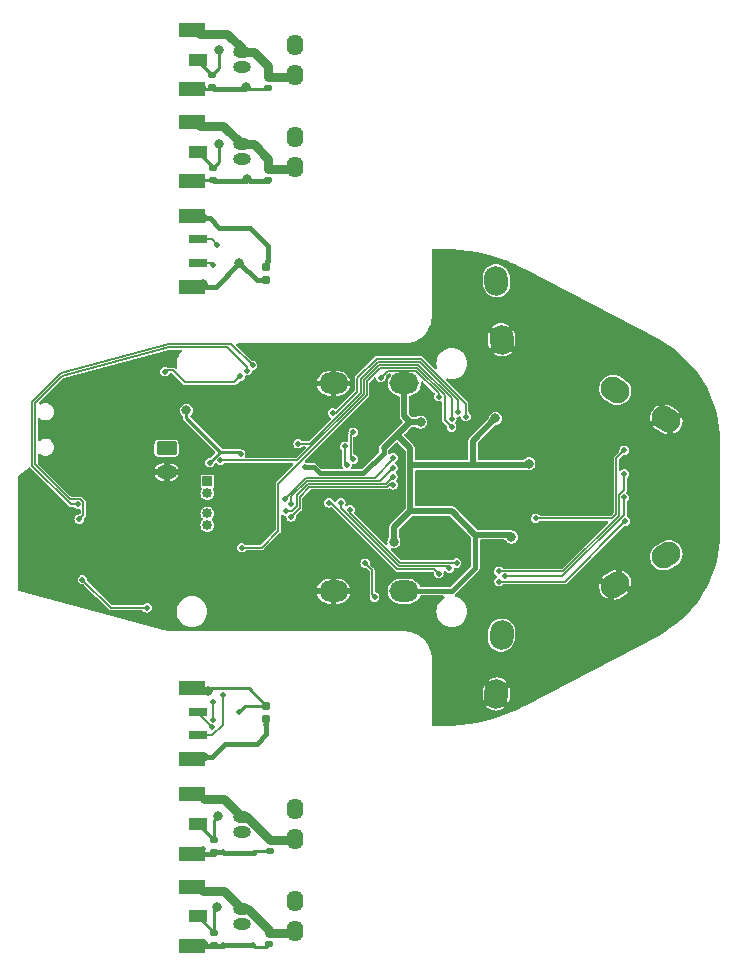
<source format=gbr>
%TF.GenerationSoftware,KiCad,Pcbnew,8.0.3*%
%TF.CreationDate,2024-06-29T22:13:22+09:00*%
%TF.ProjectId,makyi_mouse,6d616b79-695f-46d6-9f75-73652e6b6963,rev?*%
%TF.SameCoordinates,Original*%
%TF.FileFunction,Copper,L2,Bot*%
%TF.FilePolarity,Positive*%
%FSLAX46Y46*%
G04 Gerber Fmt 4.6, Leading zero omitted, Abs format (unit mm)*
G04 Created by KiCad (PCBNEW 8.0.3) date 2024-06-29 22:13:22*
%MOMM*%
%LPD*%
G01*
G04 APERTURE LIST*
G04 Aperture macros list*
%AMRoundRect*
0 Rectangle with rounded corners*
0 $1 Rounding radius*
0 $2 $3 $4 $5 $6 $7 $8 $9 X,Y pos of 4 corners*
0 Add a 4 corners polygon primitive as box body*
4,1,4,$2,$3,$4,$5,$6,$7,$8,$9,$2,$3,0*
0 Add four circle primitives for the rounded corners*
1,1,$1+$1,$2,$3*
1,1,$1+$1,$4,$5*
1,1,$1+$1,$6,$7*
1,1,$1+$1,$8,$9*
0 Add four rect primitives between the rounded corners*
20,1,$1+$1,$2,$3,$4,$5,0*
20,1,$1+$1,$4,$5,$6,$7,0*
20,1,$1+$1,$6,$7,$8,$9,0*
20,1,$1+$1,$8,$9,$2,$3,0*%
%AMHorizOval*
0 Thick line with rounded ends*
0 $1 width*
0 $2 $3 position (X,Y) of the first rounded end (center of the circle)*
0 $4 $5 position (X,Y) of the second rounded end (center of the circle)*
0 Add line between two ends*
20,1,$1,$2,$3,$4,$5,0*
0 Add two circle primitives to create the rounded ends*
1,1,$1,$2,$3*
1,1,$1,$4,$5*%
G04 Aperture macros list end*
%TA.AperFunction,ComponentPad*%
%ADD10O,1.500000X1.000000*%
%TD*%
%TA.AperFunction,SMDPad,CuDef*%
%ADD11R,1.500000X1.000000*%
%TD*%
%TA.AperFunction,SMDPad,CuDef*%
%ADD12R,2.200000X1.200000*%
%TD*%
%TA.AperFunction,ComponentPad*%
%ADD13O,1.400000X1.800000*%
%TD*%
%TA.AperFunction,ComponentPad*%
%ADD14HorizOval,2.000000X-0.021789X-0.249049X0.021789X0.249049X0*%
%TD*%
%TA.AperFunction,ComponentPad*%
%ADD15HorizOval,2.000000X-0.216506X-0.125000X0.216506X0.125000X0*%
%TD*%
%TA.AperFunction,ComponentPad*%
%ADD16HorizOval,2.000000X0.216506X-0.125000X-0.216506X0.125000X0*%
%TD*%
%TA.AperFunction,SMDPad,CuDef*%
%ADD17RoundRect,0.140000X-0.170000X0.140000X-0.170000X-0.140000X0.170000X-0.140000X0.170000X0.140000X0*%
%TD*%
%TA.AperFunction,SMDPad,CuDef*%
%ADD18R,1.500000X0.700000*%
%TD*%
%TA.AperFunction,ComponentPad*%
%ADD19HorizOval,2.000000X0.021789X-0.249049X-0.021789X0.249049X0*%
%TD*%
%TA.AperFunction,ComponentPad*%
%ADD20O,2.500000X1.800000*%
%TD*%
%TA.AperFunction,ComponentPad*%
%ADD21R,0.850000X0.850000*%
%TD*%
%TA.AperFunction,ComponentPad*%
%ADD22O,0.850000X0.850000*%
%TD*%
%TA.AperFunction,ComponentPad*%
%ADD23RoundRect,0.250000X-0.625000X0.350000X-0.625000X-0.350000X0.625000X-0.350000X0.625000X0.350000X0*%
%TD*%
%TA.AperFunction,ComponentPad*%
%ADD24O,1.750000X1.200000*%
%TD*%
%TA.AperFunction,ComponentPad*%
%ADD25C,0.850000*%
%TD*%
%TA.AperFunction,SMDPad,CuDef*%
%ADD26RoundRect,0.155000X0.155000X-0.212500X0.155000X0.212500X-0.155000X0.212500X-0.155000X-0.212500X0*%
%TD*%
%TA.AperFunction,SMDPad,CuDef*%
%ADD27RoundRect,0.135000X-0.185000X0.135000X-0.185000X-0.135000X0.185000X-0.135000X0.185000X0.135000X0*%
%TD*%
%TA.AperFunction,SMDPad,CuDef*%
%ADD28RoundRect,0.155000X-0.155000X0.212500X-0.155000X-0.212500X0.155000X-0.212500X0.155000X0.212500X0*%
%TD*%
%TA.AperFunction,ViaPad*%
%ADD29C,0.800000*%
%TD*%
%TA.AperFunction,ViaPad*%
%ADD30C,0.500000*%
%TD*%
%TA.AperFunction,Conductor*%
%ADD31C,0.800000*%
%TD*%
%TA.AperFunction,Conductor*%
%ADD32C,0.400000*%
%TD*%
%TA.AperFunction,Conductor*%
%ADD33C,0.250000*%
%TD*%
%TA.AperFunction,Conductor*%
%ADD34C,0.500000*%
%TD*%
%TA.AperFunction,Conductor*%
%ADD35C,0.127000*%
%TD*%
G04 APERTURE END LIST*
D10*
%TO.P,Q6,2,E*%
%TO.N,Net-(Q6-E)*%
X139200000Y-52235000D03*
%TO.P,Q6,1,C*%
%TO.N,/wall_sensor3/ENC_3.3V*%
X139200000Y-50965000D03*
%TD*%
%TO.P,Q5,1,C*%
%TO.N,/wall_sensor2/ENC_3.3V*%
X139200000Y-115665000D03*
%TO.P,Q5,2,E*%
%TO.N,Net-(Q5-E)*%
X139200000Y-116935000D03*
%TD*%
%TO.P,Q4,1,C*%
%TO.N,/wall_sensor1/ENC_3.3V*%
X139200000Y-107865000D03*
%TO.P,Q4,2,E*%
%TO.N,Net-(Q4-E)*%
X139200000Y-109135000D03*
%TD*%
%TO.P,Q3,1,C*%
%TO.N,/wall_sensor/ENC_3.3V*%
X139200000Y-43165000D03*
%TO.P,Q3,2,E*%
%TO.N,Net-(Q3-E)*%
X139200000Y-44435000D03*
%TD*%
D11*
%TO.P,J9,2,Pin_2*%
%TO.N,/wall_sensor3/ENC_OUT*%
X135500000Y-51600000D03*
D12*
%TO.P,J9,3,Pin_3*%
%TO.N,/wall_sensor3/ENC_GND*%
X135000000Y-54100000D03*
%TO.P,J9,4,Pin_4*%
%TO.N,/wall_sensor3/ENC_3.3V*%
X135000000Y-49100000D03*
%TD*%
D13*
%TO.P,D4,1,K*%
%TO.N,Net-(D4-K)*%
X143700000Y-107230000D03*
%TO.P,D4,2,A*%
%TO.N,/wall_sensor1/ENC_3.3V*%
X143700000Y-109770000D03*
%TD*%
D14*
%TO.P,J6,3,Pin_3*%
%TO.N,GND*%
X160782111Y-97490487D03*
%TO.P,J6,4,Pin_4*%
%TO.N,+3.3V*%
X161217889Y-92509513D03*
%TD*%
D15*
%TO.P,J3,3,Pin_3*%
%TO.N,GND*%
X170834936Y-88250000D03*
%TO.P,J3,4,Pin_4*%
%TO.N,+3.3V*%
X175165064Y-85750000D03*
%TD*%
D16*
%TO.P,J5,3,Pin_3*%
%TO.N,GND*%
X175165064Y-74250000D03*
%TO.P,J5,4,Pin_4*%
%TO.N,+3.3V*%
X170834936Y-71750000D03*
%TD*%
D17*
%TO.P,C8,1*%
%TO.N,/wall_sensor/ENC_3.3V*%
X141400000Y-45240000D03*
%TO.P,C8,2*%
%TO.N,/wall_sensor/ENC_GND*%
X141400000Y-46200000D03*
%TD*%
%TO.P,C14,1*%
%TO.N,/wall_sensor3/ENC_3.3V*%
X141450000Y-53020000D03*
%TO.P,C14,2*%
%TO.N,/wall_sensor3/ENC_GND*%
X141450000Y-53980000D03*
%TD*%
D11*
%TO.P,J7,2,Pin_2*%
%TO.N,/wall_sensor2/ENC_OUT*%
X135500000Y-116300000D03*
D12*
%TO.P,J7,3,Pin_3*%
%TO.N,/wall_sensor2/ENC_GND*%
X135000000Y-118800000D03*
%TO.P,J7,4,Pin_4*%
%TO.N,/wall_sensor2/ENC_3.3V*%
X135000000Y-113800000D03*
%TD*%
%TO.P,J13,1,Pin_1*%
%TO.N,Net-(J13-Pin_1)*%
X135000000Y-57000000D03*
D18*
%TO.P,J13,4,Pin_4*%
%TO.N,/encorder1/CS*%
X135500000Y-59000000D03*
%TO.P,J13,5,Pin_5*%
%TO.N,/encorder1/MISO*%
X135500000Y-61000000D03*
D12*
%TO.P,J13,6,Pin_6*%
%TO.N,Net-(J13-Pin_6)*%
X135000000Y-63000000D03*
%TD*%
D13*
%TO.P,D6,1,K*%
%TO.N,Net-(D6-K)*%
X143700000Y-50330000D03*
%TO.P,D6,2,A*%
%TO.N,/wall_sensor3/ENC_3.3V*%
X143700000Y-52870000D03*
%TD*%
D19*
%TO.P,J8,3,Pin_3*%
%TO.N,GND*%
X161217889Y-67490487D03*
%TO.P,J8,4,Pin_4*%
%TO.N,+3.3V*%
X160782111Y-62509513D03*
%TD*%
D20*
%TO.P,J10,1,Pin_1*%
%TO.N,+3.3V*%
X152987300Y-71200000D03*
%TO.P,J10,6,Pin_6*%
%TO.N,GND*%
X146987300Y-71200000D03*
%TD*%
D13*
%TO.P,D5,1,K*%
%TO.N,Net-(D5-K)*%
X143700000Y-115030000D03*
%TO.P,D5,2,A*%
%TO.N,/wall_sensor2/ENC_3.3V*%
X143700000Y-117570000D03*
%TD*%
D17*
%TO.P,C12,1*%
%TO.N,/wall_sensor2/ENC_3.3V*%
X141500000Y-117720000D03*
%TO.P,C12,2*%
%TO.N,/wall_sensor2/ENC_GND*%
X141500000Y-118680000D03*
%TD*%
D13*
%TO.P,D3,1,K*%
%TO.N,Net-(D3-K)*%
X143700000Y-42530000D03*
%TO.P,D3,2,A*%
%TO.N,/wall_sensor/ENC_3.3V*%
X143700000Y-45070000D03*
%TD*%
D11*
%TO.P,J4,2,Pin_2*%
%TO.N,/wall_sensor1/ENC_OUT*%
X135500000Y-108500000D03*
D12*
%TO.P,J4,3,Pin_3*%
%TO.N,/wall_sensor1/ENC_GND*%
X135000000Y-111000000D03*
%TO.P,J4,4,Pin_4*%
%TO.N,/wall_sensor1/ENC_3.3V*%
X135000000Y-106000000D03*
%TD*%
D21*
%TO.P,M1,1,+*%
%TO.N,Net-(M1-+)*%
X136300000Y-79500000D03*
D22*
%TO.P,M1,2,-*%
%TO.N,Net-(M1--)*%
X136300000Y-80500000D03*
%TD*%
D20*
%TO.P,J12,1,Pin_1*%
%TO.N,+3.3V*%
X152987300Y-88800000D03*
%TO.P,J12,6,Pin_6*%
%TO.N,GND*%
X146987300Y-88800000D03*
%TD*%
D23*
%TO.P,J1,1,Pin_1*%
%TO.N,Net-(J1-Pin_1)*%
X132850000Y-76700000D03*
D24*
%TO.P,J1,2,Pin_2*%
%TO.N,GND*%
X132850000Y-78700000D03*
%TD*%
D25*
%TO.P,M2,1,+*%
%TO.N,Net-(M2-+)*%
X136300000Y-82200000D03*
D22*
%TO.P,M2,2,-*%
%TO.N,Net-(M2--)*%
X136300000Y-83200000D03*
%TD*%
D17*
%TO.P,C10,1*%
%TO.N,/wall_sensor1/ENC_3.3V*%
X141600000Y-109820000D03*
%TO.P,C10,2*%
%TO.N,/wall_sensor1/ENC_GND*%
X141600000Y-110780000D03*
%TD*%
D26*
%TO.P,C16,1*%
%TO.N,Net-(J11-Pin_1)*%
X141300000Y-99617500D03*
%TO.P,C16,2*%
%TO.N,Net-(J11-Pin_6)*%
X141300000Y-98482500D03*
%TD*%
D27*
%TO.P,R12,1*%
%TO.N,/wall_sensor1/ENC_OUT*%
X136850000Y-109840000D03*
%TO.P,R12,2*%
%TO.N,/wall_sensor1/ENC_GND*%
X136850000Y-110860000D03*
%TD*%
%TO.P,R18,1*%
%TO.N,/wall_sensor3/ENC_OUT*%
X136750000Y-52990000D03*
%TO.P,R18,2*%
%TO.N,/wall_sensor3/ENC_GND*%
X136750000Y-54010000D03*
%TD*%
D28*
%TO.P,C17,1*%
%TO.N,Net-(J13-Pin_1)*%
X141300000Y-61332500D03*
%TO.P,C17,2*%
%TO.N,Net-(J13-Pin_6)*%
X141300000Y-62467500D03*
%TD*%
D27*
%TO.P,R15,1*%
%TO.N,/wall_sensor2/ENC_OUT*%
X136900000Y-117690000D03*
%TO.P,R15,2*%
%TO.N,/wall_sensor2/ENC_GND*%
X136900000Y-118710000D03*
%TD*%
D12*
%TO.P,J11,1,Pin_1*%
%TO.N,Net-(J11-Pin_1)*%
X135000000Y-103000000D03*
X135000000Y-103000000D03*
D18*
%TO.P,J11,2,Pin_2*%
%TO.N,/encorder/MOSI*%
X135500000Y-101000000D03*
%TO.P,J11,3,Pin_3*%
%TO.N,/encorder/SCLK*%
X135500000Y-99000000D03*
D12*
%TO.P,J11,6,Pin_6*%
%TO.N,Net-(J11-Pin_6)*%
X135000000Y-97000000D03*
%TD*%
D27*
%TO.P,R9,1*%
%TO.N,/wall_sensor/ENC_OUT*%
X136700000Y-45090000D03*
%TO.P,R9,2*%
%TO.N,/wall_sensor/ENC_GND*%
X136700000Y-46110000D03*
%TD*%
D11*
%TO.P,J2,2,Pin_2*%
%TO.N,/wall_sensor/ENC_OUT*%
X135500000Y-43800000D03*
D12*
%TO.P,J2,3,Pin_3*%
%TO.N,/wall_sensor/ENC_GND*%
X135000000Y-46300000D03*
%TO.P,J2,4,Pin_4*%
%TO.N,/wall_sensor/ENC_3.3V*%
X135000000Y-41300000D03*
%TD*%
D29*
%TO.N,/wall_sensor/ENC_GND*%
X135774002Y-46100000D03*
%TO.N,/wall_sensor2/ENC_OUT*%
X137161034Y-115561034D03*
%TO.N,/wall_sensor1/ENC_OUT*%
X137200000Y-107800000D03*
%TO.N,/wall_sensor/ENC_3.3V*%
X135672004Y-41604009D03*
%TO.N,/wall_sensor3/ENC_GND*%
X135651079Y-53900000D03*
%TO.N,/wall_sensor3/ENC_OUT*%
X137250000Y-50900000D03*
%TO.N,/wall_sensor3/ENC_GND*%
X139650000Y-53850000D03*
%TO.N,/wall_sensor3/ENC_3.3V*%
X135673109Y-49407842D03*
%TO.N,/wall_sensor/ENC_GND*%
X139587281Y-46113593D03*
%TO.N,/wall_sensor/ENC_OUT*%
X137300000Y-43000000D03*
%TO.N,GND*%
X129300000Y-85700000D03*
D30*
X142400000Y-87400000D03*
D29*
X162300000Y-86200000D03*
X128900000Y-81200000D03*
D30*
X144700000Y-75600000D03*
D29*
X134300000Y-81000000D03*
D30*
X156700000Y-82800000D03*
D29*
X172500000Y-90900000D03*
X127800000Y-82900000D03*
D30*
X159400000Y-88300000D03*
D29*
X156400000Y-93400000D03*
D30*
X169800000Y-75500000D03*
D29*
X157600000Y-67700000D03*
D30*
X151200000Y-83900000D03*
X154900000Y-77200000D03*
X150000000Y-80600000D03*
D29*
X123500000Y-82200000D03*
X164400000Y-67700000D03*
X147900000Y-69500000D03*
D30*
X166000000Y-80800000D03*
D29*
X141300000Y-83500000D03*
X176700000Y-84000000D03*
D30*
X160600000Y-89600000D03*
D29*
X125200000Y-80000000D03*
X138400000Y-73200000D03*
X155900000Y-60900000D03*
X127700000Y-86000000D03*
D30*
X153700000Y-84100000D03*
X146100000Y-74200000D03*
X152700000Y-81300000D03*
D29*
X140400000Y-72400000D03*
D30*
X160000000Y-82400000D03*
D29*
X164300000Y-72200000D03*
D30*
X132800000Y-91600000D03*
X164100000Y-75500000D03*
X164400000Y-79300000D03*
X152200000Y-74600000D03*
X143500000Y-72200000D03*
D29*
X156400000Y-99200000D03*
X173700000Y-84500000D03*
X163200000Y-93800000D03*
D30*
X148400000Y-74500000D03*
X149900000Y-85200000D03*
D29*
X120800000Y-85800000D03*
D30*
X160300000Y-79100000D03*
X152800000Y-85200000D03*
X170100000Y-82000000D03*
X153500000Y-75500000D03*
X137400000Y-91600000D03*
X140700000Y-91600000D03*
D29*
X138400000Y-71800000D03*
D30*
X159200000Y-63800000D03*
D29*
X143400000Y-83600000D03*
X175800000Y-79800000D03*
D30*
X141900000Y-77100000D03*
X154900000Y-79200000D03*
D29*
X129700000Y-70000000D03*
D30*
X146800000Y-76100000D03*
X143000000Y-77100000D03*
D29*
X135000000Y-78300000D03*
X157600000Y-65900000D03*
D30*
X150700000Y-82050000D03*
D29*
X160000000Y-72200000D03*
D30*
X157600000Y-80000000D03*
D29*
X137400000Y-90100000D03*
D30*
X145900000Y-91700000D03*
X157800000Y-77200000D03*
D29*
X141600000Y-69700000D03*
X145100000Y-86500000D03*
X164200000Y-64600000D03*
X123700000Y-72400000D03*
X132700000Y-72200000D03*
X125800000Y-85600000D03*
D30*
X158800000Y-89600000D03*
X166200000Y-86300000D03*
X141500000Y-73900000D03*
X150000000Y-82800000D03*
X149250000Y-77250000D03*
X140700000Y-90100000D03*
D29*
X172600000Y-70200000D03*
D30*
X155000000Y-90800000D03*
D29*
X131800000Y-82700000D03*
X133900000Y-85600000D03*
D30*
X157900000Y-86900000D03*
D29*
X137500000Y-86700000D03*
D30*
X160300000Y-77300000D03*
D29*
X121400000Y-80000000D03*
D30*
X142200000Y-78400000D03*
D29*
X141100000Y-82100000D03*
D30*
X141700000Y-79200000D03*
D29*
X141100000Y-80400000D03*
D30*
X147300000Y-83600000D03*
D29*
X168600000Y-83500000D03*
X126700000Y-78000000D03*
X158500000Y-60900000D03*
X130600000Y-81100000D03*
D30*
X154600000Y-87800000D03*
X148600000Y-84100000D03*
X164000000Y-88900000D03*
D29*
X142400000Y-85100000D03*
X170000000Y-79600000D03*
D30*
X150700000Y-91800000D03*
X162500000Y-61700000D03*
D29*
X123500000Y-78100000D03*
D30*
X157800000Y-79100000D03*
X144400000Y-90100000D03*
X130900000Y-91100000D03*
D29*
X156600000Y-87800000D03*
X162800000Y-91100000D03*
D30*
X154900000Y-81100000D03*
D29*
X169800000Y-68300000D03*
X128800000Y-78900000D03*
X135000000Y-77200000D03*
X170700000Y-93800000D03*
X128900000Y-72200000D03*
X132600000Y-85300000D03*
X139600000Y-84000000D03*
D30*
X133200000Y-71000000D03*
X156600000Y-85000000D03*
X170000000Y-77100000D03*
X145600000Y-77600000D03*
X164400000Y-77100000D03*
D29*
X170800000Y-73800000D03*
X140300000Y-86100000D03*
D30*
X163900000Y-84400000D03*
X155349896Y-73494500D03*
X155000000Y-82800000D03*
X146500000Y-78200000D03*
D29*
%TO.N,+3.3V*%
X134520000Y-73480000D03*
X163530064Y-77990499D03*
D30*
X151250000Y-76690000D03*
X136506513Y-77906513D03*
D29*
X152100000Y-84600000D03*
X154355877Y-74466910D03*
D30*
X144610000Y-78300000D03*
D29*
X162050000Y-84200000D03*
D30*
X139123834Y-77187671D03*
D29*
X160700000Y-74150000D03*
D30*
%TO.N,/BATT_ADC*%
X144000000Y-76300000D03*
X157500000Y-73600000D03*
%TO.N,/IMU_SCLK*%
X147923418Y-76523418D03*
X148129223Y-78129223D03*
%TO.N,/IMU_CS*%
X148657276Y-75327112D03*
X148647682Y-77610764D03*
%TO.N,/BIN2*%
X152047951Y-79783494D03*
X143400000Y-82500000D03*
%TO.N,/BIN1*%
X142927395Y-81983622D03*
X152017201Y-79084168D03*
%TO.N,/AIN2*%
X143420615Y-81390737D03*
X152018102Y-78357067D03*
%TO.N,/AIN1*%
X142882995Y-80942442D03*
X152029999Y-77470000D03*
%TO.N,/ENC_L_MOSI*%
X155893124Y-72306876D03*
X150987300Y-70700000D03*
%TO.N,/encorder/MOSI*%
X137600000Y-97600000D03*
%TO.N,/encorder/SCLK*%
X136684073Y-100311164D03*
%TO.N,/encorder/CS*%
X136800000Y-98200000D03*
X136773000Y-99690500D03*
%TO.N,/ENC_R_CS*%
X149673643Y-86423643D03*
X150468650Y-89281350D03*
%TO.N,/encorder1/CS*%
X137100000Y-59440500D03*
%TO.N,/encorder1/MISO*%
X136800000Y-61200000D03*
%TO.N,/Flash_SDA*%
X148400000Y-81900000D03*
X157400000Y-86400000D03*
%TO.N,/Flash_SCL*%
X156800000Y-86840500D03*
X147600000Y-81300000D03*
%TO.N,/LED1*%
X161000000Y-87981000D03*
X171700000Y-82850000D03*
%TO.N,/LED2*%
X161500000Y-87540500D03*
X171600000Y-80850000D03*
%TO.N,/LED3*%
X171600000Y-78850000D03*
X161000000Y-87100000D03*
%TO.N,/LED4*%
X164100000Y-82600000D03*
X171600000Y-76850000D03*
%TO.N,/Flash_WP*%
X155900000Y-87300000D03*
X146600000Y-81300000D03*
%TO.N,/DEBUG_RX*%
X125450000Y-82700000D03*
X139688518Y-70111482D03*
%TO.N,/DEBUG_TX*%
X125359500Y-81430000D03*
X140131876Y-69668124D03*
%TO.N,/NRST*%
X131200000Y-90200000D03*
X125725000Y-87800000D03*
%TO.N,/wall_sensor1/ENC_3.3V*%
X136000000Y-106400000D03*
%TO.N,/wall_sensor2/ENC_3.3V*%
X135900000Y-114200000D03*
%TO.N,/wall_sensor1/ENC_GND*%
X135900000Y-110600000D03*
X137600000Y-110900000D03*
X140250000Y-110990000D03*
%TO.N,/wall_sensor2/ENC_GND*%
X140200000Y-118750000D03*
X137650000Y-118750000D03*
X136100000Y-118550000D03*
D29*
%TO.N,Net-(J11-Pin_1)*%
X136000000Y-102800000D03*
D30*
X141300000Y-100100000D03*
%TO.N,Net-(J11-Pin_6)*%
X139000000Y-99000000D03*
D29*
X136350000Y-97250000D03*
%TO.N,Net-(J13-Pin_6)*%
X139000000Y-61000000D03*
X135900000Y-62800000D03*
D30*
%TO.N,Net-(J13-Pin_1)*%
X141450000Y-60800000D03*
D29*
X135900000Y-57200000D03*
D30*
%TO.N,/I_right*%
X156988519Y-74911481D03*
X139200000Y-85100000D03*
%TO.N,/I_left*%
X157000000Y-74200000D03*
X137411481Y-77711481D03*
%TO.N,/USER_SW*%
X146900000Y-73700000D03*
X139100000Y-70600000D03*
X132700000Y-70200000D03*
X158200000Y-74000000D03*
%TD*%
D31*
%TO.N,/wall_sensor2/ENC_3.3V*%
X143550000Y-117720000D02*
X143700000Y-117570000D01*
X141500000Y-117720000D02*
X143550000Y-117720000D01*
X141500000Y-117440001D02*
X141500000Y-117720000D01*
X139724999Y-115665000D02*
X141500000Y-117440001D01*
X139200000Y-115665000D02*
X139724999Y-115665000D01*
X137735000Y-114200000D02*
X135900000Y-114200000D01*
X139200000Y-115665000D02*
X137735000Y-114200000D01*
%TO.N,/wall_sensor1/ENC_3.3V*%
X141600000Y-109820000D02*
X143650000Y-109820000D01*
X143650000Y-109820000D02*
X143700000Y-109770000D01*
X139645000Y-107865000D02*
X141600000Y-109820000D01*
X139200000Y-107865000D02*
X139645000Y-107865000D01*
X137735000Y-106400000D02*
X136000000Y-106400000D01*
X139200000Y-107865000D02*
X137735000Y-106400000D01*
D32*
%TO.N,/wall_sensor1/ENC_GND*%
X137600000Y-110900000D02*
X136940000Y-110900000D01*
X136940000Y-110900000D02*
X136840000Y-111000000D01*
X136840000Y-111000000D02*
X135000000Y-111000000D01*
D33*
%TO.N,/wall_sensor1/ENC_OUT*%
X136850000Y-109840000D02*
X136850000Y-108150000D01*
X136850000Y-108150000D02*
X137200000Y-107800000D01*
X136840000Y-109840000D02*
X136850000Y-109840000D01*
X135500000Y-108500000D02*
X136840000Y-109840000D01*
%TO.N,/wall_sensor2/ENC_OUT*%
X136900000Y-115822068D02*
X137161034Y-115561034D01*
X136900000Y-117690000D02*
X136900000Y-115822068D01*
X136890000Y-117690000D02*
X136900000Y-117690000D01*
X135500000Y-116300000D02*
X136890000Y-117690000D01*
D32*
%TO.N,/wall_sensor2/ENC_GND*%
X140200000Y-118750000D02*
X137650000Y-118750000D01*
%TO.N,/wall_sensor1/ENC_GND*%
X137690000Y-110990000D02*
X137600000Y-110900000D01*
X140250000Y-110990000D02*
X137690000Y-110990000D01*
D33*
X140250000Y-110990000D02*
X140160000Y-110900000D01*
D32*
%TO.N,/wall_sensor/ENC_GND*%
X136890000Y-46300000D02*
X136700000Y-46110000D01*
X139400874Y-46300000D02*
X136890000Y-46300000D01*
X139587281Y-46113593D02*
X139400874Y-46300000D01*
%TO.N,/wall_sensor3/ENC_GND*%
X136840000Y-54100000D02*
X136750000Y-54010000D01*
X139400000Y-54100000D02*
X136840000Y-54100000D01*
X139650000Y-53850000D02*
X139400000Y-54100000D01*
D33*
%TO.N,/wall_sensor2/ENC_GND*%
X137650000Y-118750000D02*
X137745000Y-118845000D01*
D32*
X137650000Y-118750000D02*
X137600000Y-118800000D01*
X137600000Y-118800000D02*
X135000000Y-118800000D01*
D33*
X140105000Y-118845000D02*
X140200000Y-118750000D01*
D32*
%TO.N,/wall_sensor1/ENC_3.3V*%
X136000000Y-106400000D02*
X135600000Y-106000000D01*
X135600000Y-106000000D02*
X135000000Y-106000000D01*
D31*
%TO.N,/wall_sensor/ENC_3.3V*%
X139200000Y-42800000D02*
X139200000Y-43165000D01*
X138004009Y-41604009D02*
X139200000Y-42800000D01*
X135672004Y-41604009D02*
X138004009Y-41604009D01*
D32*
X135367995Y-41300000D02*
X135000000Y-41300000D01*
X135672004Y-41604009D02*
X135367995Y-41300000D01*
D31*
%TO.N,/wall_sensor3/ENC_3.3V*%
X137642842Y-49407842D02*
X139200000Y-50965000D01*
X135673109Y-49407842D02*
X137642842Y-49407842D01*
D32*
X135365267Y-49100000D02*
X135000000Y-49100000D01*
X135673109Y-49407842D02*
X135365267Y-49100000D01*
D33*
%TO.N,/wall_sensor3/ENC_GND*%
X135761079Y-54010000D02*
X136750000Y-54010000D01*
X135651079Y-53900000D02*
X135761079Y-54010000D01*
D32*
%TO.N,/wall_sensor2/ENC_OUT*%
X135500000Y-116300000D02*
X135600000Y-116300000D01*
D33*
%TO.N,/wall_sensor2/ENC_GND*%
X141305000Y-118875000D02*
X141500000Y-118680000D01*
X140325000Y-118875000D02*
X141305000Y-118875000D01*
X140200000Y-118750000D02*
X140325000Y-118875000D01*
%TO.N,/wall_sensor1/ENC_GND*%
X140460000Y-110780000D02*
X140250000Y-110990000D01*
X141600000Y-110780000D02*
X140460000Y-110780000D01*
D31*
%TO.N,/wall_sensor3/ENC_3.3V*%
X141450000Y-53020000D02*
X143550000Y-53020000D01*
X143550000Y-53020000D02*
X143700000Y-52870000D01*
X141450000Y-52165000D02*
X141450000Y-53020000D01*
X140250000Y-50965000D02*
X141450000Y-52165000D01*
X139200000Y-50965000D02*
X140250000Y-50965000D01*
D33*
%TO.N,/wall_sensor3/ENC_OUT*%
X137250000Y-52490000D02*
X136750000Y-52990000D01*
X137250000Y-50900000D02*
X137250000Y-52490000D01*
X136750000Y-52850000D02*
X135500000Y-51600000D01*
X136750000Y-52990000D02*
X136750000Y-52850000D01*
D32*
%TO.N,/wall_sensor3/ENC_GND*%
X139880000Y-54080000D02*
X139650000Y-53850000D01*
X141400000Y-54080000D02*
X139880000Y-54080000D01*
D31*
%TO.N,/wall_sensor/ENC_3.3V*%
X140265000Y-43165000D02*
X139200000Y-43165000D01*
X141400000Y-44300000D02*
X140265000Y-43165000D01*
X141400000Y-45240000D02*
X141400000Y-44300000D01*
X143530000Y-45240000D02*
X141400000Y-45240000D01*
X143700000Y-45070000D02*
X143530000Y-45240000D01*
D33*
%TO.N,/wall_sensor/ENC_GND*%
X139703688Y-46230000D02*
X139587281Y-46113593D01*
X141400000Y-46230000D02*
X139703688Y-46230000D01*
%TO.N,/wall_sensor/ENC_OUT*%
X135500000Y-43890000D02*
X135500000Y-43800000D01*
X136700000Y-45090000D02*
X135500000Y-43890000D01*
X137300000Y-44490000D02*
X136700000Y-45090000D01*
X137300000Y-43000000D02*
X137300000Y-44490000D01*
%TO.N,/wall_sensor/ENC_GND*%
X136510000Y-46300000D02*
X135000000Y-46300000D01*
X136700000Y-46110000D02*
X136510000Y-46300000D01*
D34*
%TO.N,+3.3V*%
X153500000Y-76700000D02*
X153500000Y-81980000D01*
D33*
X138936163Y-77000000D02*
X139123834Y-77187671D01*
D34*
X153457690Y-74466910D02*
X152362300Y-75562300D01*
D33*
X136506513Y-77906513D02*
X137413026Y-77000000D01*
D34*
X160700000Y-74150000D02*
X158800000Y-76050000D01*
D33*
X137600000Y-77000000D02*
X138936163Y-77000000D01*
D34*
X151250000Y-76674600D02*
X153457690Y-74466910D01*
X152100000Y-83380000D02*
X153500000Y-81980000D01*
D33*
X137600000Y-77000000D02*
X137413026Y-77000000D01*
D34*
X162050000Y-84200000D02*
X161850000Y-84000000D01*
D32*
X151250000Y-76690000D02*
X151250000Y-77050000D01*
X145300000Y-78300000D02*
X144610000Y-78300000D01*
D33*
X134520000Y-73480000D02*
X134520000Y-74106974D01*
D34*
X158800000Y-76050000D02*
X158800000Y-78114031D01*
X152100000Y-84600000D02*
X152100000Y-83380000D01*
D32*
X159000000Y-86800000D02*
X159000000Y-84000000D01*
D34*
X153520000Y-82000000D02*
X153500000Y-81980000D01*
D32*
X151250000Y-77050000D02*
X149500000Y-78800000D01*
D34*
X163406532Y-78114031D02*
X158135969Y-78114031D01*
X151250000Y-76690000D02*
X151250000Y-76674600D01*
X152987300Y-73996520D02*
X153457690Y-74466910D01*
X152987300Y-71200000D02*
X152987300Y-73996520D01*
X152362300Y-75562300D02*
X153500000Y-76700000D01*
X163530064Y-77990499D02*
X163406532Y-78114031D01*
X153457690Y-74466910D02*
X154355877Y-74466910D01*
X161850000Y-84000000D02*
X159000000Y-84000000D01*
X153500000Y-78114031D02*
X158135969Y-78114031D01*
X157000000Y-82000000D02*
X153520000Y-82000000D01*
X158800000Y-78114031D02*
X158135969Y-78114031D01*
X159000000Y-84000000D02*
X157000000Y-82000000D01*
D32*
X145800000Y-78800000D02*
X145300000Y-78300000D01*
D33*
X134520000Y-74106974D02*
X137413026Y-77000000D01*
D32*
X157000000Y-88800000D02*
X159000000Y-86800000D01*
X152987300Y-88800000D02*
X157000000Y-88800000D01*
X149500000Y-78800000D02*
X145800000Y-78800000D01*
D35*
%TO.N,/BATT_ADC*%
X157500000Y-72572370D02*
X154275130Y-69347500D01*
X157500000Y-73600000D02*
X157500000Y-72572370D01*
X150734080Y-69347500D02*
X149292000Y-70789580D01*
X149292000Y-70789580D02*
X149292000Y-71989580D01*
X154275130Y-69347500D02*
X150734080Y-69347500D01*
X149292000Y-71989580D02*
X144981580Y-76300000D01*
X144981580Y-76300000D02*
X144000000Y-76300000D01*
%TO.N,/IMU_SCLK*%
X148129223Y-78129223D02*
X147923418Y-77923418D01*
X147923418Y-77923418D02*
X147923418Y-76523418D01*
%TO.N,/IMU_CS*%
X148647682Y-77610764D02*
X148436918Y-77400000D01*
X148436918Y-77400000D02*
X148436918Y-75547470D01*
X148436918Y-75547470D02*
X148657276Y-75327112D01*
%TO.N,/BIN2*%
X144115115Y-81784885D02*
X144115115Y-80787952D01*
X144950567Y-79952500D02*
X151508079Y-79952500D01*
X151862518Y-79598061D02*
X152047951Y-79783494D01*
X151508079Y-79952500D02*
X151862518Y-79598061D01*
X143400000Y-82500000D02*
X144115115Y-81784885D01*
X144115115Y-80787952D02*
X144950567Y-79952500D01*
%TO.N,/BIN1*%
X142927395Y-81983622D02*
X143450692Y-81983622D01*
X143450692Y-81983622D02*
X143861115Y-81573199D01*
X151402869Y-79698500D02*
X152017201Y-79084168D01*
X144845357Y-79698500D02*
X151402869Y-79698500D01*
X143861115Y-80682742D02*
X144845357Y-79698500D01*
X143861115Y-81573199D02*
X143861115Y-80682742D01*
%TO.N,/AIN2*%
X143420615Y-80764032D02*
X144740147Y-79444500D01*
X144740147Y-79444500D02*
X150930669Y-79444500D01*
X143420615Y-81390737D02*
X143420615Y-80764032D01*
X150930669Y-79444500D02*
X152018102Y-78357067D01*
%TO.N,/AIN1*%
X152029999Y-77618970D02*
X150458469Y-79190500D01*
X144634937Y-79190500D02*
X142882995Y-80942442D01*
X152029999Y-77470000D02*
X152029999Y-77618970D01*
X150458469Y-79190500D02*
X144634937Y-79190500D01*
%TO.N,/ENC_L_MOSI*%
X155893124Y-72043124D02*
X155893124Y-72306876D01*
X153959500Y-70109500D02*
X155893124Y-72043124D01*
X150987300Y-70700000D02*
X151577800Y-70109500D01*
X151577800Y-70109500D02*
X153959500Y-70109500D01*
%TO.N,/encorder/MOSI*%
X136700000Y-101000000D02*
X135500000Y-101000000D01*
X137600000Y-97600000D02*
X137600000Y-100100000D01*
X137600000Y-100100000D02*
X136700000Y-101000000D01*
%TO.N,/encorder/SCLK*%
X135500000Y-99000000D02*
X135500000Y-99127091D01*
X135500000Y-99127091D02*
X136684073Y-100311164D01*
%TO.N,/encorder/CS*%
X136773000Y-99690500D02*
X136800000Y-99663500D01*
X136800000Y-99663500D02*
X136800000Y-98200000D01*
%TO.N,/ENC_R_CS*%
X150250000Y-87000000D02*
X150250000Y-89062700D01*
X149673643Y-86423643D02*
X150250000Y-87000000D01*
X150250000Y-89062700D02*
X150468650Y-89281350D01*
%TO.N,/encorder1/CS*%
X136659500Y-59000000D02*
X135500000Y-59000000D01*
X137100000Y-59440500D02*
X136659500Y-59000000D01*
%TO.N,/encorder1/MISO*%
X136800000Y-61200000D02*
X136600000Y-61000000D01*
X136600000Y-61000000D02*
X135500000Y-61000000D01*
%TO.N,/Flash_SDA*%
X152613248Y-86400000D02*
X157400000Y-86400000D01*
X148400000Y-81900000D02*
X148400000Y-82186752D01*
X148400000Y-82186752D02*
X152613248Y-86400000D01*
%TO.N,/Flash_SCL*%
X147600000Y-81745962D02*
X152508038Y-86654000D01*
X156613500Y-86654000D02*
X156800000Y-86840500D01*
X147600000Y-81300000D02*
X147600000Y-81745962D01*
X152508038Y-86654000D02*
X156613500Y-86654000D01*
%TO.N,/LED1*%
X161000000Y-87981000D02*
X166569000Y-87981000D01*
X166569000Y-87981000D02*
X171700000Y-82850000D01*
%TO.N,/LED2*%
X166359500Y-87540500D02*
X171600000Y-82300000D01*
X161500000Y-87540500D02*
X166359500Y-87540500D01*
X171600000Y-82300000D02*
X171600000Y-80850000D01*
%TO.N,/LED3*%
X161000000Y-87100000D02*
X166440790Y-87100000D01*
X171159500Y-82381290D02*
X171159500Y-80667538D01*
X166440790Y-87100000D02*
X171159500Y-82381290D01*
X171159500Y-80667538D02*
X171600000Y-80227038D01*
X171600000Y-80227038D02*
X171600000Y-78850000D01*
%TO.N,/LED4*%
X170581580Y-82600000D02*
X170905500Y-82276080D01*
X164100000Y-82600000D02*
X170581580Y-82600000D01*
X170905500Y-77544500D02*
X171600000Y-76850000D01*
X170905500Y-82276080D02*
X170905500Y-77544500D01*
%TO.N,/Flash_WP*%
X152402828Y-86908000D02*
X155508000Y-86908000D01*
X146794828Y-81300000D02*
X152402828Y-86908000D01*
X146600000Y-81300000D02*
X146794828Y-81300000D01*
X155508000Y-86908000D02*
X155900000Y-87300000D01*
%TO.N,/DEBUG_RX*%
X121717500Y-72841710D02*
X121717500Y-78058290D01*
X133081295Y-68117500D02*
X124011453Y-70547757D01*
X139688518Y-69847728D02*
X137958290Y-68117500D01*
X125800000Y-82350000D02*
X125450000Y-82700000D01*
X121717500Y-78058290D02*
X124648710Y-80989500D01*
X125541962Y-80989500D02*
X125800000Y-81247538D01*
X125800000Y-81247538D02*
X125800000Y-82350000D01*
X137958290Y-68117500D02*
X133081295Y-68117500D01*
X139688518Y-70111482D02*
X139688518Y-69847728D01*
X124011453Y-70547757D02*
X121717500Y-72841710D01*
X124648710Y-80989500D02*
X125541962Y-80989500D01*
%TO.N,/DEBUG_TX*%
X138327252Y-67863500D02*
X133047855Y-67863500D01*
X121463500Y-78163500D02*
X124730000Y-81430000D01*
X133047855Y-67863500D02*
X123879973Y-70320027D01*
X123879973Y-70320027D02*
X121463500Y-72736500D01*
X140131876Y-69668124D02*
X138327252Y-67863500D01*
X121463500Y-72736500D02*
X121463500Y-78163500D01*
X124730000Y-81430000D02*
X125359500Y-81430000D01*
%TO.N,/NRST*%
X128125000Y-90200000D02*
X131200000Y-90200000D01*
X125725000Y-87800000D02*
X128125000Y-90200000D01*
D33*
%TO.N,/wall_sensor2/ENC_3.3V*%
X135000000Y-113800000D02*
X135500000Y-113800000D01*
X135500000Y-113800000D02*
X135900000Y-114200000D01*
D32*
%TO.N,Net-(J11-Pin_1)*%
X135800000Y-103000000D02*
X136000000Y-102800000D01*
X137800000Y-101700000D02*
X140500000Y-101700000D01*
X141300000Y-99617500D02*
X141300000Y-100100000D01*
X141300000Y-100900000D02*
X141300000Y-100100000D01*
X136000000Y-102800000D02*
X136700000Y-102800000D01*
X136700000Y-102800000D02*
X137800000Y-101700000D01*
X135000000Y-103000000D02*
X135800000Y-103000000D01*
X140500000Y-101700000D02*
X141300000Y-100900000D01*
D33*
%TO.N,Net-(J11-Pin_6)*%
X139817500Y-97000000D02*
X141300000Y-98482500D01*
X136100000Y-97000000D02*
X135000000Y-97000000D01*
X141300000Y-98482500D02*
X139517500Y-98482500D01*
X136600000Y-97000000D02*
X139817500Y-97000000D01*
X136350000Y-97250000D02*
X136600000Y-97000000D01*
X139517500Y-98482500D02*
X139000000Y-99000000D01*
X136350000Y-97250000D02*
X136100000Y-97000000D01*
D32*
%TO.N,Net-(J13-Pin_6)*%
X137000000Y-63000000D02*
X139000000Y-61000000D01*
X141300000Y-62467500D02*
X140467500Y-62467500D01*
X135000000Y-63000000D02*
X135700000Y-63000000D01*
X140467500Y-62467500D02*
X139000000Y-61000000D01*
X135700000Y-63000000D02*
X135900000Y-62800000D01*
X135900000Y-62800000D02*
X136100000Y-63000000D01*
X136100000Y-63000000D02*
X137000000Y-63000000D01*
D35*
%TO.N,Net-(J13-Pin_1)*%
X141300000Y-60950000D02*
X141450000Y-60800000D01*
D32*
X141450000Y-60800000D02*
X141450000Y-59550000D01*
D35*
X141300000Y-61332500D02*
X141300000Y-60950000D01*
D32*
X135900000Y-57200000D02*
X135700000Y-57000000D01*
X136492893Y-57200000D02*
X135900000Y-57200000D01*
X135700000Y-57000000D02*
X135000000Y-57000000D01*
X139900000Y-58000000D02*
X137292893Y-58000000D01*
X137292893Y-58000000D02*
X136492893Y-57200000D01*
X141450000Y-59550000D02*
X139900000Y-58000000D01*
D35*
%TO.N,/I_right*%
X156383347Y-72174137D02*
X156383347Y-74306309D01*
X149800000Y-72200000D02*
X149800000Y-71000000D01*
X154064710Y-69855500D02*
X156383347Y-72174137D01*
X149800000Y-71000000D02*
X150944500Y-69855500D01*
X150944500Y-69855500D02*
X154064710Y-69855500D01*
X140900000Y-85100000D02*
X142300000Y-83700000D01*
X142300000Y-83700000D02*
X142300000Y-79700000D01*
X139200000Y-85100000D02*
X140900000Y-85100000D01*
X156383347Y-74306309D02*
X156988519Y-74911481D01*
X142300000Y-79700000D02*
X149800000Y-72200000D01*
%TO.N,/I_left*%
X154169920Y-69601500D02*
X150839290Y-69601500D01*
X143929309Y-77711481D02*
X137411481Y-77711481D01*
X157000000Y-74200000D02*
X157000000Y-72431580D01*
X149546000Y-72094790D02*
X143929309Y-77711481D01*
X149546000Y-70894790D02*
X149546000Y-72094790D01*
X157000000Y-72431580D02*
X154169920Y-69601500D01*
X150839290Y-69601500D02*
X149546000Y-70894790D01*
%TO.N,/USER_SW*%
X149000000Y-71922370D02*
X147222370Y-73700000D01*
X154380340Y-69093500D02*
X150628870Y-69093500D01*
X150628870Y-69093500D02*
X149000000Y-70722370D01*
X149000000Y-70722370D02*
X149000000Y-71922370D01*
X132700000Y-70200000D02*
X132800000Y-70100000D01*
X138600000Y-71100000D02*
X139100000Y-70600000D01*
X133400000Y-70100000D02*
X134400000Y-71100000D01*
X158200000Y-72913160D02*
X154380340Y-69093500D01*
X158200000Y-74000000D02*
X158200000Y-72913160D01*
X147222370Y-73700000D02*
X146900000Y-73700000D01*
X134400000Y-71100000D02*
X138600000Y-71100000D01*
X132800000Y-70100000D02*
X133400000Y-70100000D01*
%TD*%
%TA.AperFunction,Conductor*%
%TO.N,GND*%
G36*
X151795939Y-70343185D02*
G01*
X151841694Y-70395989D01*
X151851638Y-70465147D01*
X151824753Y-70526165D01*
X151821325Y-70530341D01*
X151706358Y-70702403D01*
X151627170Y-70893579D01*
X151627168Y-70893587D01*
X151586800Y-71096530D01*
X151586800Y-71303469D01*
X151627168Y-71506412D01*
X151627170Y-71506420D01*
X151706358Y-71697596D01*
X151821324Y-71869657D01*
X151967642Y-72015975D01*
X151967645Y-72015977D01*
X152139702Y-72130941D01*
X152330880Y-72210130D01*
X152486994Y-72241182D01*
X152548902Y-72273566D01*
X152583476Y-72334282D01*
X152586800Y-72362799D01*
X152586800Y-73943793D01*
X152586800Y-74049247D01*
X152591399Y-74066410D01*
X152614093Y-74151109D01*
X152623228Y-74166931D01*
X152666820Y-74242433D01*
X152666822Y-74242435D01*
X152803616Y-74379229D01*
X152837101Y-74440552D01*
X152832117Y-74510244D01*
X152803616Y-74554591D01*
X150929522Y-76428684D01*
X150929520Y-76428687D01*
X150876793Y-76520011D01*
X150867850Y-76553385D01*
X150866009Y-76559600D01*
X150864019Y-76565723D01*
X150862000Y-76575216D01*
X150849501Y-76621865D01*
X150849500Y-76621874D01*
X150849500Y-76648724D01*
X150847973Y-76668123D01*
X150845198Y-76685646D01*
X150844508Y-76690000D01*
X150847330Y-76707820D01*
X150847973Y-76711876D01*
X150849500Y-76731275D01*
X150849500Y-76742729D01*
X150856034Y-76767116D01*
X150858731Y-76779805D01*
X150864354Y-76815303D01*
X150864356Y-76815309D01*
X150865532Y-76817617D01*
X150866115Y-76820724D01*
X150867371Y-76824589D01*
X150866871Y-76824751D01*
X150878427Y-76886286D01*
X150852149Y-76951026D01*
X150842727Y-76961590D01*
X149391137Y-78413181D01*
X149329814Y-78446666D01*
X149303456Y-78449500D01*
X148617875Y-78449500D01*
X148550836Y-78429815D01*
X148505081Y-78377011D01*
X148495137Y-78307853D01*
X148507390Y-78269206D01*
X148514868Y-78254528D01*
X148514869Y-78254527D01*
X148534715Y-78129223D01*
X148534714Y-78129218D01*
X148536066Y-78120684D01*
X148565995Y-78057549D01*
X148625306Y-78020617D01*
X148639143Y-78017607D01*
X148647677Y-78016255D01*
X148647682Y-78016256D01*
X148772986Y-77996410D01*
X148886024Y-77938814D01*
X148975732Y-77849106D01*
X149033328Y-77736068D01*
X149033328Y-77736066D01*
X149033329Y-77736065D01*
X149033329Y-77736064D01*
X149053174Y-77610767D01*
X149053174Y-77610760D01*
X149033329Y-77485463D01*
X149033329Y-77485462D01*
X149025452Y-77470003D01*
X148975732Y-77372422D01*
X148975728Y-77372418D01*
X148975727Y-77372416D01*
X148886029Y-77282718D01*
X148886026Y-77282716D01*
X148886024Y-77282714D01*
X148804998Y-77241429D01*
X148772983Y-77225116D01*
X148755520Y-77222351D01*
X148692385Y-77192422D01*
X148655454Y-77133110D01*
X148650918Y-77099878D01*
X148650918Y-75839517D01*
X148670603Y-75772478D01*
X148723407Y-75726723D01*
X148755518Y-75717044D01*
X148782580Y-75712758D01*
X148895618Y-75655162D01*
X148985326Y-75565454D01*
X149042922Y-75452416D01*
X149042922Y-75452414D01*
X149042923Y-75452413D01*
X149042923Y-75452412D01*
X149062768Y-75327115D01*
X149062768Y-75327108D01*
X149042923Y-75201811D01*
X149042923Y-75201810D01*
X149026234Y-75169057D01*
X148985326Y-75088770D01*
X148985322Y-75088766D01*
X148985321Y-75088764D01*
X148895623Y-74999066D01*
X148895620Y-74999064D01*
X148895618Y-74999062D01*
X148782580Y-74941466D01*
X148782579Y-74941465D01*
X148782576Y-74941464D01*
X148657279Y-74921620D01*
X148657273Y-74921620D01*
X148531975Y-74941464D01*
X148531974Y-74941464D01*
X148456613Y-74979863D01*
X148418934Y-74999062D01*
X148418933Y-74999063D01*
X148418928Y-74999066D01*
X148329230Y-75088764D01*
X148329227Y-75088769D01*
X148271628Y-75201810D01*
X148271628Y-75201811D01*
X148251784Y-75327108D01*
X148251784Y-75327115D01*
X148258698Y-75370770D01*
X148250787Y-75437617D01*
X148242022Y-75458779D01*
X148242021Y-75458783D01*
X148222917Y-75504902D01*
X148222917Y-75604470D01*
X148222918Y-75604479D01*
X148222918Y-76024179D01*
X148203233Y-76091218D01*
X148150429Y-76136973D01*
X148081271Y-76146917D01*
X148058367Y-76139658D01*
X148058001Y-76140787D01*
X148048718Y-76137770D01*
X147923421Y-76117926D01*
X147923415Y-76117926D01*
X147798117Y-76137770D01*
X147798116Y-76137770D01*
X147725647Y-76174696D01*
X147685076Y-76195368D01*
X147685075Y-76195369D01*
X147685070Y-76195372D01*
X147595372Y-76285070D01*
X147595369Y-76285075D01*
X147595368Y-76285076D01*
X147578350Y-76318475D01*
X147537770Y-76398116D01*
X147537770Y-76398117D01*
X147517926Y-76523414D01*
X147517926Y-76523421D01*
X147537770Y-76648718D01*
X147537770Y-76648719D01*
X147537772Y-76648722D01*
X147595368Y-76761760D01*
X147595370Y-76761762D01*
X147595372Y-76761765D01*
X147673099Y-76839492D01*
X147706584Y-76900815D01*
X147709418Y-76927173D01*
X147709418Y-77870848D01*
X147709417Y-77870862D01*
X147709417Y-77965987D01*
X147722018Y-77996406D01*
X147722019Y-77996411D01*
X147722020Y-77996411D01*
X147725092Y-78003828D01*
X147727438Y-78023656D01*
X147731458Y-78043860D01*
X147731458Y-78043861D01*
X147729830Y-78043861D01*
X147733003Y-78070673D01*
X147725084Y-78120684D01*
X147723731Y-78129226D01*
X147743575Y-78254523D01*
X147743576Y-78254527D01*
X147751056Y-78269206D01*
X147763952Y-78337875D01*
X147737675Y-78402615D01*
X147680569Y-78442872D01*
X147640571Y-78449500D01*
X145996544Y-78449500D01*
X145929505Y-78429815D01*
X145908863Y-78413181D01*
X145515213Y-78019531D01*
X145515208Y-78019527D01*
X145435291Y-77973387D01*
X145435287Y-77973385D01*
X145429926Y-77971949D01*
X145429926Y-77971948D01*
X145353888Y-77951575D01*
X145346144Y-77949500D01*
X145346143Y-77949500D01*
X144834052Y-77949500D01*
X144777758Y-77935985D01*
X144735300Y-77914352D01*
X144735301Y-77914352D01*
X144676100Y-77904976D01*
X144612965Y-77875046D01*
X144576034Y-77815735D01*
X144577032Y-77745872D01*
X144607814Y-77694826D01*
X149909300Y-72393339D01*
X149909305Y-72393336D01*
X149921219Y-72381421D01*
X149921222Y-72381421D01*
X149981421Y-72321222D01*
X150000505Y-72275146D01*
X150014001Y-72242567D01*
X150014001Y-72157433D01*
X150014001Y-72147444D01*
X150014000Y-72147430D01*
X150014000Y-71140003D01*
X150033685Y-71072964D01*
X150050319Y-71052322D01*
X150216641Y-70886000D01*
X150385229Y-70717412D01*
X150446549Y-70683929D01*
X150516240Y-70688913D01*
X150572174Y-70730784D01*
X150595380Y-70785697D01*
X150601652Y-70825300D01*
X150601652Y-70825301D01*
X150609096Y-70839910D01*
X150659250Y-70938342D01*
X150659252Y-70938344D01*
X150659254Y-70938347D01*
X150748952Y-71028045D01*
X150748954Y-71028046D01*
X150748958Y-71028050D01*
X150861996Y-71085646D01*
X150861997Y-71085646D01*
X150861999Y-71085647D01*
X150987297Y-71105492D01*
X150987300Y-71105492D01*
X150987303Y-71105492D01*
X151112600Y-71085647D01*
X151112601Y-71085647D01*
X151112602Y-71085646D01*
X151112604Y-71085646D01*
X151225642Y-71028050D01*
X151315350Y-70938342D01*
X151372946Y-70825304D01*
X151372946Y-70825302D01*
X151372947Y-70825301D01*
X151372947Y-70825300D01*
X151392792Y-70700003D01*
X151392792Y-70699999D01*
X151388613Y-70673616D01*
X151397567Y-70604323D01*
X151423405Y-70566535D01*
X151451829Y-70538112D01*
X151551601Y-70438340D01*
X151630124Y-70359818D01*
X151691447Y-70326334D01*
X151717805Y-70323500D01*
X151728900Y-70323500D01*
X151795939Y-70343185D01*
G37*
%TD.AperFunction*%
%TA.AperFunction,Conductor*%
G36*
X156303324Y-59800535D02*
G01*
X157009237Y-59817604D01*
X157015171Y-59817891D01*
X157717932Y-59868945D01*
X157723886Y-59869523D01*
X158423342Y-59954476D01*
X158429213Y-59955333D01*
X159123788Y-60073996D01*
X159129632Y-60075141D01*
X159817627Y-60227223D01*
X159823433Y-60228655D01*
X160503259Y-60413804D01*
X160508975Y-60415510D01*
X161179088Y-60633304D01*
X161184715Y-60635284D01*
X161808569Y-60871950D01*
X161843499Y-60885201D01*
X161849044Y-60887459D01*
X162494983Y-61168920D01*
X162500396Y-61171436D01*
X162632568Y-61236802D01*
X163133981Y-61484776D01*
X163136634Y-61486128D01*
X163176803Y-61507217D01*
X163190132Y-61514215D01*
X163190140Y-61514217D01*
X174507030Y-67455586D01*
X174510239Y-67457332D01*
X175015666Y-67742475D01*
X175022031Y-67746324D01*
X175448093Y-68021861D01*
X175507681Y-68060397D01*
X175513844Y-68064652D01*
X175979644Y-68407469D01*
X175985539Y-68412088D01*
X176429797Y-68782405D01*
X176435397Y-68787367D01*
X176499017Y-68847266D01*
X176856482Y-69183824D01*
X176861778Y-69189121D01*
X177258156Y-69610271D01*
X177263122Y-69615877D01*
X177633362Y-70060200D01*
X177637980Y-70066096D01*
X177980709Y-70531948D01*
X177984963Y-70538112D01*
X178144977Y-70785635D01*
X178284404Y-71001313D01*
X178298946Y-71023807D01*
X178302820Y-71030217D01*
X178586904Y-71533977D01*
X178590385Y-71540608D01*
X178843550Y-72060624D01*
X178846623Y-72067454D01*
X179067920Y-72601774D01*
X179070576Y-72608777D01*
X179259223Y-73155516D01*
X179261441Y-73162636D01*
X179416738Y-73719771D01*
X179418526Y-73727025D01*
X179539901Y-74292506D01*
X179541251Y-74299873D01*
X179628267Y-74871652D01*
X179629169Y-74879087D01*
X179681504Y-75455055D01*
X179681956Y-75462531D01*
X179699443Y-76041213D01*
X179699500Y-76044958D01*
X179699500Y-83953784D01*
X179699443Y-83957529D01*
X179681921Y-84537469D01*
X179681469Y-84544945D01*
X179629136Y-85120911D01*
X179628234Y-85128346D01*
X179541219Y-85700128D01*
X179539869Y-85707494D01*
X179418500Y-86272957D01*
X179416708Y-86280229D01*
X179261421Y-86837341D01*
X179259193Y-86844492D01*
X179070552Y-87391218D01*
X179067896Y-87398221D01*
X178846598Y-87932548D01*
X178843525Y-87939377D01*
X178590371Y-88459374D01*
X178586891Y-88466006D01*
X178302799Y-88969784D01*
X178298924Y-88976194D01*
X177984948Y-89461883D01*
X177980694Y-89468047D01*
X177637965Y-89933900D01*
X177633347Y-89939796D01*
X177263110Y-90384119D01*
X177258144Y-90389725D01*
X176861768Y-90810875D01*
X176856472Y-90816172D01*
X176435385Y-91212632D01*
X176429795Y-91217585D01*
X175985542Y-91587901D01*
X175979647Y-91592520D01*
X175513847Y-91935339D01*
X175507683Y-91939594D01*
X175022049Y-92253658D01*
X175015641Y-92257533D01*
X174510249Y-92542657D01*
X174506959Y-92544448D01*
X163177924Y-98492194D01*
X163177889Y-98492211D01*
X163177890Y-98492212D01*
X163136037Y-98514185D01*
X163133366Y-98515546D01*
X162500422Y-98828569D01*
X162494986Y-98831096D01*
X161849049Y-99112556D01*
X161843498Y-99114817D01*
X161184734Y-99364726D01*
X161179080Y-99366716D01*
X160508994Y-99584502D01*
X160503250Y-99586216D01*
X159823444Y-99771359D01*
X159817624Y-99772794D01*
X159129655Y-99924871D01*
X159123773Y-99926023D01*
X158429249Y-100044677D01*
X158423318Y-100045543D01*
X157723891Y-100130492D01*
X157717925Y-100131071D01*
X157015199Y-100182123D01*
X157009211Y-100182413D01*
X156304028Y-100199464D01*
X156301031Y-100199500D01*
X155424500Y-100199500D01*
X155357461Y-100179815D01*
X155311706Y-100127011D01*
X155300500Y-100075500D01*
X155300500Y-97729467D01*
X159606809Y-97729467D01*
X159619437Y-97910043D01*
X159660156Y-98086417D01*
X159665934Y-98100718D01*
X160298333Y-97570070D01*
X160279500Y-97785339D01*
X160301218Y-97908508D01*
X160354075Y-98021861D01*
X160429973Y-98112313D01*
X159926437Y-98534832D01*
X159937547Y-98548074D01*
X159937552Y-98548078D01*
X160074162Y-98666830D01*
X160227666Y-98762751D01*
X160227668Y-98762752D01*
X160394292Y-98833479D01*
X160569939Y-98877273D01*
X160750252Y-98893047D01*
X160930829Y-98880420D01*
X161107203Y-98839701D01*
X161275035Y-98771893D01*
X161430191Y-98678667D01*
X161430192Y-98678666D01*
X161443433Y-98667554D01*
X161020916Y-98164017D01*
X161111372Y-98088116D01*
X161183109Y-97985664D01*
X161225885Y-97868137D01*
X161244718Y-97652870D01*
X161775365Y-98285268D01*
X161783535Y-98272194D01*
X161783541Y-98272183D01*
X161854265Y-98105565D01*
X161898059Y-97929919D01*
X161898059Y-97929917D01*
X161957412Y-97251505D01*
X161944784Y-97070930D01*
X161904066Y-96894558D01*
X161904066Y-96894557D01*
X161898286Y-96880254D01*
X161265888Y-97410899D01*
X161284722Y-97195635D01*
X161263004Y-97072466D01*
X161210147Y-96959113D01*
X161134246Y-96868657D01*
X161637783Y-96446140D01*
X161637784Y-96446139D01*
X161626681Y-96432906D01*
X161626674Y-96432898D01*
X161490062Y-96314145D01*
X161336554Y-96218221D01*
X161169925Y-96147492D01*
X160994287Y-96103701D01*
X160994281Y-96103700D01*
X160813968Y-96087925D01*
X160633392Y-96100553D01*
X160457022Y-96141270D01*
X160289186Y-96209080D01*
X160134025Y-96302310D01*
X160120786Y-96313418D01*
X160543305Y-96816957D01*
X160452850Y-96892858D01*
X160381113Y-96995310D01*
X160338337Y-97112837D01*
X160319503Y-97328103D01*
X159788856Y-96695702D01*
X159788855Y-96695703D01*
X159780684Y-96708780D01*
X159709956Y-96875408D01*
X159666162Y-97051054D01*
X159666162Y-97051056D01*
X159606809Y-97729467D01*
X155300500Y-97729467D01*
X155300500Y-94360842D01*
X155288029Y-94258136D01*
X155266954Y-94084565D01*
X155200350Y-93814343D01*
X155188168Y-93782223D01*
X155101658Y-93554115D01*
X155043360Y-93443039D01*
X154972323Y-93307689D01*
X154814226Y-93078645D01*
X154629673Y-92870327D01*
X154492146Y-92748489D01*
X160042085Y-92748489D01*
X160054719Y-92929143D01*
X160095454Y-93105593D01*
X160163292Y-93273497D01*
X160231529Y-93387064D01*
X160256563Y-93428727D01*
X160306965Y-93488794D01*
X160372963Y-93567448D01*
X160372965Y-93567450D01*
X160372967Y-93567452D01*
X160509640Y-93686259D01*
X160663215Y-93782224D01*
X160829912Y-93852982D01*
X161005626Y-93896792D01*
X161186029Y-93912576D01*
X161366680Y-93899943D01*
X161543132Y-93859207D01*
X161711038Y-93791368D01*
X161866265Y-93698099D01*
X162004990Y-93581695D01*
X162123797Y-93445022D01*
X162219762Y-93291447D01*
X162290520Y-93124750D01*
X162334330Y-92949036D01*
X162393692Y-92270535D01*
X162381059Y-92089884D01*
X162340323Y-91913432D01*
X162272484Y-91745525D01*
X162261700Y-91727578D01*
X162179218Y-91590304D01*
X162179215Y-91590299D01*
X162096297Y-91491480D01*
X162062814Y-91451576D01*
X161933470Y-91339141D01*
X161926138Y-91332767D01*
X161772563Y-91236801D01*
X161772560Y-91236799D01*
X161772559Y-91236799D01*
X161605866Y-91166043D01*
X161552478Y-91152732D01*
X161430152Y-91122233D01*
X161430150Y-91122232D01*
X161430147Y-91122232D01*
X161430141Y-91122231D01*
X161249750Y-91106449D01*
X161069096Y-91119082D01*
X160892643Y-91159818D01*
X160724736Y-91227659D01*
X160724735Y-91227660D01*
X160569518Y-91320923D01*
X160430787Y-91437330D01*
X160311980Y-91574004D01*
X160216017Y-91727576D01*
X160216016Y-91727578D01*
X160145258Y-91894275D01*
X160101447Y-92069993D01*
X160101446Y-92069999D01*
X160042085Y-92748489D01*
X154492146Y-92748489D01*
X154421355Y-92685774D01*
X154215319Y-92543558D01*
X154192317Y-92527681D01*
X154192315Y-92527680D01*
X154192311Y-92527677D01*
X154107728Y-92483284D01*
X153945884Y-92398341D01*
X153685662Y-92299651D01*
X153567537Y-92270536D01*
X153415435Y-92233046D01*
X153277295Y-92216273D01*
X153139158Y-92199500D01*
X153139155Y-92199500D01*
X153039562Y-92199500D01*
X140539562Y-92199500D01*
X140460438Y-92199500D01*
X140456143Y-92199500D01*
X140448514Y-92200000D01*
X139251486Y-92200000D01*
X139243857Y-92199500D01*
X139239562Y-92199500D01*
X133055886Y-92199500D01*
X133023792Y-92195275D01*
X132556218Y-92069989D01*
X129159415Y-91159818D01*
X120392406Y-88810704D01*
X120332746Y-88774339D01*
X120302217Y-88711492D01*
X120300500Y-88690929D01*
X120300500Y-87799996D01*
X125319508Y-87799996D01*
X125319508Y-87800003D01*
X125339352Y-87925300D01*
X125339352Y-87925301D01*
X125348784Y-87943812D01*
X125396950Y-88038342D01*
X125396952Y-88038344D01*
X125396954Y-88038347D01*
X125486652Y-88128045D01*
X125486654Y-88128046D01*
X125486658Y-88128050D01*
X125599696Y-88185646D01*
X125599697Y-88185646D01*
X125599699Y-88185647D01*
X125724997Y-88205492D01*
X125725000Y-88205492D01*
X125751384Y-88201313D01*
X125820677Y-88210267D01*
X125858463Y-88236104D01*
X126903704Y-89281346D01*
X127936508Y-90314150D01*
X127936511Y-90314154D01*
X127943579Y-90321222D01*
X128003778Y-90381421D01*
X128003783Y-90381423D01*
X128017234Y-90386995D01*
X128017235Y-90386995D01*
X128082430Y-90414000D01*
X128082431Y-90414000D01*
X128082433Y-90414001D01*
X128082434Y-90414001D01*
X128182001Y-90414001D01*
X128182009Y-90414000D01*
X130796245Y-90414000D01*
X130863284Y-90433685D01*
X130883926Y-90450319D01*
X130961652Y-90528045D01*
X130961654Y-90528046D01*
X130961658Y-90528050D01*
X131074696Y-90585646D01*
X131074697Y-90585646D01*
X131074699Y-90585647D01*
X131199997Y-90605492D01*
X131200000Y-90605492D01*
X131200003Y-90605492D01*
X131325300Y-90585647D01*
X131325301Y-90585647D01*
X131325302Y-90585646D01*
X131325304Y-90585646D01*
X131438342Y-90528050D01*
X131466394Y-90499998D01*
X133694532Y-90499998D01*
X133694532Y-90500001D01*
X133714364Y-90726686D01*
X133714366Y-90726697D01*
X133773258Y-90946488D01*
X133773261Y-90946497D01*
X133869431Y-91152732D01*
X133869432Y-91152734D01*
X133999954Y-91339141D01*
X134160858Y-91500045D01*
X134160861Y-91500047D01*
X134347266Y-91630568D01*
X134553504Y-91726739D01*
X134553509Y-91726740D01*
X134553511Y-91726741D01*
X134556635Y-91727578D01*
X134773308Y-91785635D01*
X134935230Y-91799801D01*
X134999998Y-91805468D01*
X135000000Y-91805468D01*
X135000002Y-91805468D01*
X135056673Y-91800509D01*
X135226692Y-91785635D01*
X135446496Y-91726739D01*
X135652734Y-91630568D01*
X135839139Y-91500047D01*
X136000047Y-91339139D01*
X136130568Y-91152734D01*
X136226739Y-90946496D01*
X136285635Y-90726692D01*
X136305468Y-90500000D01*
X136301121Y-90450319D01*
X136290184Y-90325301D01*
X136285635Y-90273308D01*
X136226739Y-90053504D01*
X136130568Y-89847266D01*
X136018239Y-89686842D01*
X136000045Y-89660858D01*
X135839141Y-89499954D01*
X135652734Y-89369432D01*
X135652732Y-89369431D01*
X135446497Y-89273261D01*
X135446488Y-89273258D01*
X135226697Y-89214366D01*
X135226693Y-89214365D01*
X135226692Y-89214365D01*
X135226691Y-89214364D01*
X135226686Y-89214364D01*
X135000002Y-89194532D01*
X134999998Y-89194532D01*
X134773313Y-89214364D01*
X134773302Y-89214366D01*
X134553511Y-89273258D01*
X134553502Y-89273261D01*
X134347267Y-89369431D01*
X134347265Y-89369432D01*
X134160858Y-89499954D01*
X133999954Y-89660858D01*
X133869432Y-89847265D01*
X133869431Y-89847267D01*
X133773261Y-90053502D01*
X133773258Y-90053511D01*
X133714366Y-90273302D01*
X133714364Y-90273313D01*
X133694532Y-90499998D01*
X131466394Y-90499998D01*
X131528050Y-90438342D01*
X131585646Y-90325304D01*
X131585646Y-90325302D01*
X131585647Y-90325301D01*
X131585647Y-90325300D01*
X131605492Y-90200003D01*
X131605492Y-90199996D01*
X131585647Y-90074699D01*
X131585647Y-90074698D01*
X131585646Y-90074696D01*
X131528050Y-89961658D01*
X131528046Y-89961654D01*
X131528045Y-89961652D01*
X131438347Y-89871954D01*
X131438344Y-89871952D01*
X131438342Y-89871950D01*
X131325304Y-89814354D01*
X131325303Y-89814353D01*
X131325300Y-89814352D01*
X131200003Y-89794508D01*
X131199997Y-89794508D01*
X131074699Y-89814352D01*
X131074698Y-89814352D01*
X131012674Y-89845956D01*
X130961658Y-89871950D01*
X130961657Y-89871951D01*
X130961652Y-89871954D01*
X130883926Y-89949681D01*
X130822603Y-89983166D01*
X130796245Y-89986000D01*
X128265004Y-89986000D01*
X128197965Y-89966315D01*
X128177323Y-89949681D01*
X126777641Y-88550000D01*
X145616457Y-88550000D01*
X146312022Y-88550000D01*
X146267967Y-88626306D01*
X146237300Y-88740756D01*
X146237300Y-88859244D01*
X146267967Y-88973694D01*
X146312022Y-89050000D01*
X145616457Y-89050000D01*
X145627650Y-89106274D01*
X145627651Y-89106276D01*
X145706800Y-89297358D01*
X145706805Y-89297368D01*
X145821710Y-89469335D01*
X145821713Y-89469339D01*
X145967960Y-89615586D01*
X145967964Y-89615589D01*
X146139931Y-89730494D01*
X146139941Y-89730499D01*
X146331025Y-89809649D01*
X146331033Y-89809651D01*
X146533879Y-89849999D01*
X146533883Y-89850000D01*
X146737300Y-89850000D01*
X146737300Y-89250000D01*
X147237300Y-89250000D01*
X147237300Y-89850000D01*
X147440717Y-89850000D01*
X147440720Y-89849999D01*
X147643566Y-89809651D01*
X147643574Y-89809649D01*
X147834658Y-89730499D01*
X147834668Y-89730494D01*
X148006635Y-89615589D01*
X148006639Y-89615586D01*
X148152886Y-89469339D01*
X148152889Y-89469335D01*
X148267794Y-89297368D01*
X148267799Y-89297358D01*
X148346948Y-89106276D01*
X148346949Y-89106274D01*
X148358143Y-89050000D01*
X147662578Y-89050000D01*
X147706633Y-88973694D01*
X147737300Y-88859244D01*
X147737300Y-88740756D01*
X147706633Y-88626306D01*
X147662578Y-88550000D01*
X148358143Y-88550000D01*
X148346949Y-88493725D01*
X148346948Y-88493723D01*
X148267799Y-88302641D01*
X148267794Y-88302631D01*
X148152889Y-88130664D01*
X148152886Y-88130660D01*
X148006639Y-87984413D01*
X148006635Y-87984410D01*
X147834668Y-87869505D01*
X147834658Y-87869500D01*
X147643574Y-87790350D01*
X147643566Y-87790348D01*
X147440720Y-87750000D01*
X147237300Y-87750000D01*
X147237300Y-88350000D01*
X146737300Y-88350000D01*
X146737300Y-87750000D01*
X146533879Y-87750000D01*
X146331033Y-87790348D01*
X146331025Y-87790350D01*
X146139941Y-87869500D01*
X146139931Y-87869505D01*
X145967964Y-87984410D01*
X145967960Y-87984413D01*
X145821713Y-88130660D01*
X145821710Y-88130664D01*
X145706805Y-88302631D01*
X145706800Y-88302641D01*
X145627651Y-88493723D01*
X145627650Y-88493725D01*
X145616457Y-88550000D01*
X126777641Y-88550000D01*
X126161105Y-87933464D01*
X126127620Y-87872141D01*
X126126313Y-87826384D01*
X126130492Y-87800000D01*
X126130492Y-87799996D01*
X126110647Y-87674699D01*
X126110647Y-87674698D01*
X126099566Y-87652950D01*
X126053050Y-87561658D01*
X126053046Y-87561654D01*
X126053045Y-87561652D01*
X125963347Y-87471954D01*
X125963344Y-87471952D01*
X125963342Y-87471950D01*
X125850304Y-87414354D01*
X125850303Y-87414353D01*
X125850300Y-87414352D01*
X125725003Y-87394508D01*
X125724997Y-87394508D01*
X125599699Y-87414352D01*
X125599698Y-87414352D01*
X125524337Y-87452751D01*
X125486658Y-87471950D01*
X125486657Y-87471951D01*
X125486652Y-87471954D01*
X125396954Y-87561652D01*
X125396951Y-87561657D01*
X125339352Y-87674698D01*
X125339352Y-87674699D01*
X125319508Y-87799996D01*
X120300500Y-87799996D01*
X120300500Y-86423639D01*
X149268151Y-86423639D01*
X149268151Y-86423646D01*
X149287995Y-86548943D01*
X149287995Y-86548944D01*
X149301828Y-86576092D01*
X149345593Y-86661985D01*
X149345595Y-86661987D01*
X149345597Y-86661990D01*
X149435295Y-86751688D01*
X149435297Y-86751689D01*
X149435301Y-86751693D01*
X149548339Y-86809289D01*
X149548340Y-86809289D01*
X149548342Y-86809290D01*
X149673640Y-86829135D01*
X149673643Y-86829135D01*
X149700027Y-86824956D01*
X149769320Y-86833910D01*
X149807107Y-86859748D01*
X149999681Y-87052322D01*
X150033166Y-87113645D01*
X150036000Y-87140003D01*
X150036000Y-89010130D01*
X150035999Y-89010144D01*
X150035999Y-89105267D01*
X150049493Y-89137845D01*
X150049494Y-89137846D01*
X150057034Y-89156049D01*
X150062438Y-89169095D01*
X150070349Y-89235945D01*
X150063158Y-89281347D01*
X150063158Y-89281353D01*
X150083002Y-89406650D01*
X150083002Y-89406651D01*
X150101455Y-89442867D01*
X150140600Y-89519692D01*
X150140602Y-89519694D01*
X150140604Y-89519697D01*
X150230302Y-89609395D01*
X150230304Y-89609396D01*
X150230308Y-89609400D01*
X150343346Y-89666996D01*
X150343347Y-89666996D01*
X150343349Y-89666997D01*
X150468647Y-89686842D01*
X150468650Y-89686842D01*
X150468653Y-89686842D01*
X150593950Y-89666997D01*
X150593951Y-89666997D01*
X150593952Y-89666996D01*
X150593954Y-89666996D01*
X150706992Y-89609400D01*
X150796700Y-89519692D01*
X150854296Y-89406654D01*
X150854296Y-89406652D01*
X150854297Y-89406651D01*
X150854297Y-89406650D01*
X150874142Y-89281353D01*
X150874142Y-89281346D01*
X150854297Y-89156049D01*
X150854297Y-89156048D01*
X150845023Y-89137847D01*
X150796700Y-89043008D01*
X150796696Y-89043004D01*
X150796695Y-89043002D01*
X150706997Y-88953304D01*
X150706994Y-88953302D01*
X150706992Y-88953300D01*
X150593954Y-88895704D01*
X150593952Y-88895703D01*
X150593951Y-88895703D01*
X150568599Y-88891687D01*
X150505465Y-88861756D01*
X150468535Y-88802443D01*
X150464000Y-88769214D01*
X150464000Y-87057009D01*
X150464001Y-87057000D01*
X150464001Y-86957433D01*
X150450505Y-86924853D01*
X150431421Y-86878778D01*
X150371222Y-86818579D01*
X150364161Y-86811518D01*
X150364146Y-86811505D01*
X150109748Y-86557107D01*
X150076263Y-86495784D01*
X150074956Y-86450027D01*
X150079135Y-86423643D01*
X150079135Y-86423639D01*
X150059290Y-86298342D01*
X150059290Y-86298341D01*
X150048224Y-86276623D01*
X150001693Y-86185301D01*
X150001689Y-86185297D01*
X150001688Y-86185295D01*
X149911990Y-86095597D01*
X149911987Y-86095595D01*
X149911985Y-86095593D01*
X149798947Y-86037997D01*
X149798946Y-86037996D01*
X149798943Y-86037995D01*
X149673646Y-86018151D01*
X149673640Y-86018151D01*
X149548342Y-86037995D01*
X149548341Y-86037995D01*
X149481703Y-86071950D01*
X149435301Y-86095593D01*
X149435300Y-86095594D01*
X149435295Y-86095597D01*
X149345597Y-86185295D01*
X149345594Y-86185300D01*
X149287995Y-86298341D01*
X149287995Y-86298342D01*
X149268151Y-86423639D01*
X120300500Y-86423639D01*
X120300500Y-79016164D01*
X120320185Y-78949125D01*
X120351565Y-78915882D01*
X121170003Y-78320655D01*
X121235796Y-78297145D01*
X121303857Y-78312937D01*
X121330615Y-78333258D01*
X121352482Y-78355125D01*
X121352492Y-78355133D01*
X124541508Y-81544150D01*
X124541511Y-81544154D01*
X124548579Y-81551222D01*
X124608778Y-81611421D01*
X124628362Y-81619532D01*
X124628365Y-81619535D01*
X124628365Y-81619534D01*
X124687433Y-81644001D01*
X124687434Y-81644001D01*
X124787001Y-81644001D01*
X124787009Y-81644000D01*
X124955745Y-81644000D01*
X125022784Y-81663685D01*
X125043426Y-81680319D01*
X125121152Y-81758045D01*
X125121154Y-81758046D01*
X125121158Y-81758050D01*
X125234196Y-81815646D01*
X125234197Y-81815646D01*
X125234199Y-81815647D01*
X125359497Y-81835492D01*
X125359500Y-81835492D01*
X125359502Y-81835492D01*
X125442602Y-81822330D01*
X125511895Y-81831284D01*
X125565347Y-81876281D01*
X125585987Y-81943032D01*
X125586000Y-81944803D01*
X125586000Y-82170863D01*
X125566315Y-82237902D01*
X125513511Y-82283657D01*
X125459758Y-82291385D01*
X125459758Y-82294508D01*
X125449997Y-82294508D01*
X125324699Y-82314352D01*
X125324698Y-82314352D01*
X125269329Y-82342565D01*
X125211658Y-82371950D01*
X125211657Y-82371951D01*
X125211652Y-82371954D01*
X125121954Y-82461652D01*
X125121951Y-82461657D01*
X125121950Y-82461658D01*
X125107392Y-82490229D01*
X125064352Y-82574698D01*
X125064352Y-82574699D01*
X125044508Y-82699996D01*
X125044508Y-82700003D01*
X125064352Y-82825300D01*
X125064352Y-82825301D01*
X125076935Y-82849996D01*
X125121950Y-82938342D01*
X125121952Y-82938344D01*
X125121954Y-82938347D01*
X125211652Y-83028045D01*
X125211654Y-83028046D01*
X125211658Y-83028050D01*
X125324696Y-83085646D01*
X125324697Y-83085646D01*
X125324699Y-83085647D01*
X125449997Y-83105492D01*
X125450000Y-83105492D01*
X125450003Y-83105492D01*
X125575300Y-83085647D01*
X125575301Y-83085647D01*
X125575302Y-83085646D01*
X125575304Y-83085646D01*
X125688342Y-83028050D01*
X125778050Y-82938342D01*
X125835646Y-82825304D01*
X125835646Y-82825302D01*
X125835647Y-82825301D01*
X125835647Y-82825300D01*
X125855492Y-82700003D01*
X125855492Y-82699997D01*
X125851313Y-82673613D01*
X125860268Y-82604320D01*
X125886102Y-82566537D01*
X125909300Y-82543340D01*
X125909308Y-82543334D01*
X125921220Y-82531421D01*
X125921222Y-82531421D01*
X125981421Y-82471222D01*
X126005576Y-82412905D01*
X126014001Y-82392567D01*
X126014001Y-82307433D01*
X126014001Y-82297444D01*
X126014000Y-82297430D01*
X126014000Y-82199999D01*
X135719534Y-82199999D01*
X135719534Y-82200000D01*
X135739312Y-82350234D01*
X135739313Y-82350236D01*
X135790867Y-82474699D01*
X135797302Y-82490233D01*
X135889549Y-82610451D01*
X135889550Y-82610452D01*
X135889555Y-82610458D01*
X135891422Y-82612325D01*
X135892492Y-82614285D01*
X135894497Y-82616898D01*
X135894089Y-82617210D01*
X135924903Y-82673650D01*
X135919914Y-82743341D01*
X135894405Y-82783032D01*
X135894497Y-82783102D01*
X135893659Y-82784193D01*
X135891422Y-82787675D01*
X135889555Y-82789541D01*
X135889549Y-82789549D01*
X135800583Y-82905492D01*
X135797300Y-82909770D01*
X135739313Y-83049763D01*
X135739312Y-83049765D01*
X135719534Y-83199999D01*
X135719534Y-83200000D01*
X135739312Y-83350234D01*
X135739313Y-83350236D01*
X135797302Y-83490233D01*
X135889549Y-83610451D01*
X136009767Y-83702698D01*
X136149764Y-83760687D01*
X136224882Y-83770576D01*
X136299999Y-83780466D01*
X136300000Y-83780466D01*
X136300001Y-83780466D01*
X136350078Y-83773873D01*
X136450236Y-83760687D01*
X136590233Y-83702698D01*
X136710451Y-83610451D01*
X136802698Y-83490233D01*
X136860687Y-83350236D01*
X136880466Y-83200000D01*
X136860687Y-83049764D01*
X136802698Y-82909767D01*
X136710451Y-82789549D01*
X136710448Y-82789546D01*
X136710446Y-82789544D01*
X136708583Y-82787681D01*
X136707513Y-82785721D01*
X136705503Y-82783102D01*
X136705911Y-82782788D01*
X136675098Y-82726358D01*
X136680082Y-82656666D01*
X136705594Y-82616968D01*
X136705503Y-82616898D01*
X136706347Y-82615797D01*
X136708583Y-82612319D01*
X136710446Y-82610455D01*
X136710446Y-82610454D01*
X136710451Y-82610451D01*
X136802698Y-82490233D01*
X136860687Y-82350236D01*
X136880466Y-82200000D01*
X136860687Y-82049764D01*
X136802698Y-81909767D01*
X136710451Y-81789549D01*
X136590233Y-81697302D01*
X136590229Y-81697300D01*
X136450236Y-81639313D01*
X136450234Y-81639312D01*
X136300001Y-81619534D01*
X136299999Y-81619534D01*
X136149765Y-81639312D01*
X136149763Y-81639313D01*
X136009770Y-81697300D01*
X136009767Y-81697301D01*
X136009767Y-81697302D01*
X135889549Y-81789549D01*
X135800111Y-81906107D01*
X135797300Y-81909770D01*
X135739313Y-82049763D01*
X135739312Y-82049765D01*
X135719534Y-82199999D01*
X126014000Y-82199999D01*
X126014000Y-81304547D01*
X126014001Y-81304538D01*
X126014001Y-81204972D01*
X126014001Y-81204971D01*
X125999896Y-81170920D01*
X125981421Y-81126316D01*
X125921222Y-81066117D01*
X125914161Y-81059056D01*
X125914146Y-81059043D01*
X125733595Y-80878492D01*
X125733587Y-80878482D01*
X125663186Y-80808081D01*
X125663184Y-80808079D01*
X125663180Y-80808077D01*
X125663178Y-80808076D01*
X125616541Y-80788758D01*
X125616538Y-80788758D01*
X125584529Y-80775499D01*
X125499395Y-80775499D01*
X125484961Y-80775499D01*
X125484953Y-80775500D01*
X124788713Y-80775500D01*
X124721674Y-80755815D01*
X124701032Y-80739181D01*
X124461850Y-80499999D01*
X135719534Y-80499999D01*
X135719534Y-80500000D01*
X135739312Y-80650234D01*
X135739313Y-80650236D01*
X135783045Y-80755815D01*
X135797302Y-80790233D01*
X135889549Y-80910451D01*
X136009767Y-81002698D01*
X136149764Y-81060687D01*
X136190994Y-81066115D01*
X136299999Y-81080466D01*
X136300000Y-81080466D01*
X136300001Y-81080466D01*
X136350078Y-81073873D01*
X136450236Y-81060687D01*
X136590233Y-81002698D01*
X136710451Y-80910451D01*
X136802698Y-80790233D01*
X136860687Y-80650236D01*
X136880466Y-80500000D01*
X136860687Y-80349764D01*
X136802698Y-80209767D01*
X136802697Y-80209766D01*
X136798636Y-80202732D01*
X136800395Y-80201716D01*
X136779131Y-80146732D01*
X136793162Y-80078286D01*
X136825369Y-80042641D01*
X136824868Y-80042140D01*
X136833500Y-80033506D01*
X136833504Y-80033504D01*
X136866767Y-79983722D01*
X136875500Y-79939820D01*
X136875500Y-79060180D01*
X136875500Y-79060177D01*
X136866768Y-79016282D01*
X136866767Y-79016281D01*
X136866767Y-79016278D01*
X136833504Y-78966496D01*
X136833503Y-78966495D01*
X136783724Y-78933234D01*
X136783717Y-78933231D01*
X136739822Y-78924500D01*
X136739820Y-78924500D01*
X135860180Y-78924500D01*
X135860178Y-78924500D01*
X135816282Y-78933231D01*
X135816275Y-78933234D01*
X135766496Y-78966495D01*
X135766495Y-78966496D01*
X135733234Y-79016275D01*
X135733231Y-79016282D01*
X135724500Y-79060177D01*
X135724500Y-79060180D01*
X135724500Y-79939820D01*
X135724500Y-79939822D01*
X135724499Y-79939822D01*
X135733231Y-79983717D01*
X135733234Y-79983724D01*
X135766495Y-80033503D01*
X135775132Y-80042140D01*
X135774285Y-80042986D01*
X135810994Y-80086909D01*
X135819703Y-80156234D01*
X135799974Y-80201929D01*
X135801364Y-80202732D01*
X135797300Y-80209769D01*
X135739313Y-80349763D01*
X135739312Y-80349765D01*
X135719534Y-80499999D01*
X124461850Y-80499999D01*
X122411850Y-78449999D01*
X131866759Y-78449999D01*
X131866759Y-78450000D01*
X132569670Y-78450000D01*
X132549925Y-78469745D01*
X132500556Y-78555255D01*
X132475000Y-78650630D01*
X132475000Y-78749370D01*
X132500556Y-78844745D01*
X132549925Y-78930255D01*
X132569670Y-78950000D01*
X131866759Y-78950000D01*
X131910357Y-79055254D01*
X131910362Y-79055264D01*
X131992436Y-79178096D01*
X131992439Y-79178100D01*
X132096899Y-79282560D01*
X132096903Y-79282563D01*
X132219735Y-79364637D01*
X132219745Y-79364642D01*
X132356232Y-79421177D01*
X132356240Y-79421179D01*
X132501126Y-79449999D01*
X132501129Y-79450000D01*
X132600000Y-79450000D01*
X132600000Y-78980330D01*
X132619745Y-79000075D01*
X132705255Y-79049444D01*
X132800630Y-79075000D01*
X132899370Y-79075000D01*
X132994745Y-79049444D01*
X133080255Y-79000075D01*
X133100000Y-78980330D01*
X133100000Y-79450000D01*
X133198871Y-79450000D01*
X133198873Y-79449999D01*
X133343759Y-79421179D01*
X133343767Y-79421177D01*
X133480254Y-79364642D01*
X133480264Y-79364637D01*
X133603096Y-79282563D01*
X133603100Y-79282560D01*
X133707560Y-79178100D01*
X133707563Y-79178096D01*
X133789637Y-79055264D01*
X133789642Y-79055254D01*
X133833241Y-78950000D01*
X133130330Y-78950000D01*
X133150075Y-78930255D01*
X133199444Y-78844745D01*
X133225000Y-78749370D01*
X133225000Y-78650630D01*
X133199444Y-78555255D01*
X133150075Y-78469745D01*
X133130330Y-78450000D01*
X133833241Y-78450000D01*
X133833240Y-78449999D01*
X133789642Y-78344745D01*
X133789637Y-78344735D01*
X133707563Y-78221903D01*
X133707560Y-78221899D01*
X133603100Y-78117439D01*
X133603096Y-78117436D01*
X133480264Y-78035362D01*
X133480254Y-78035357D01*
X133343767Y-77978822D01*
X133343759Y-77978820D01*
X133198872Y-77950000D01*
X133100000Y-77950000D01*
X133100000Y-78419670D01*
X133080255Y-78399925D01*
X132994745Y-78350556D01*
X132899370Y-78325000D01*
X132800630Y-78325000D01*
X132705255Y-78350556D01*
X132619745Y-78399925D01*
X132600000Y-78419670D01*
X132600000Y-77950000D01*
X132501128Y-77950000D01*
X132356240Y-77978820D01*
X132356232Y-77978822D01*
X132219745Y-78035357D01*
X132219735Y-78035362D01*
X132096903Y-78117436D01*
X132096899Y-78117439D01*
X131992439Y-78221899D01*
X131992436Y-78221903D01*
X131910362Y-78344735D01*
X131910357Y-78344745D01*
X131866759Y-78449999D01*
X122411850Y-78449999D01*
X121967819Y-78005968D01*
X121934334Y-77944645D01*
X121931500Y-77918287D01*
X121931500Y-77256874D01*
X121951185Y-77189835D01*
X122003989Y-77144080D01*
X122073147Y-77134136D01*
X122136703Y-77163161D01*
X122143181Y-77169193D01*
X122144796Y-77170808D01*
X122283225Y-77257789D01*
X122437539Y-77311786D01*
X122437542Y-77311786D01*
X122437544Y-77311787D01*
X122599996Y-77330091D01*
X122600000Y-77330091D01*
X122600004Y-77330091D01*
X122762455Y-77311787D01*
X122762456Y-77311786D01*
X122762461Y-77311786D01*
X122916775Y-77257789D01*
X123055204Y-77170808D01*
X123170808Y-77055204D01*
X123257789Y-76916775D01*
X123311786Y-76762461D01*
X123311787Y-76762455D01*
X123330091Y-76600003D01*
X123330091Y-76599996D01*
X123311787Y-76437544D01*
X123311786Y-76437542D01*
X123311786Y-76437539D01*
X123270124Y-76318475D01*
X131824500Y-76318475D01*
X131824500Y-77081517D01*
X131832834Y-77134136D01*
X131839354Y-77175304D01*
X131896950Y-77288342D01*
X131896952Y-77288344D01*
X131896954Y-77288347D01*
X131986652Y-77378045D01*
X131986654Y-77378046D01*
X131986658Y-77378050D01*
X132098917Y-77435249D01*
X132099698Y-77435647D01*
X132193475Y-77450499D01*
X132193481Y-77450500D01*
X133506518Y-77450499D01*
X133600304Y-77435646D01*
X133713342Y-77378050D01*
X133803050Y-77288342D01*
X133860646Y-77175304D01*
X133860646Y-77175302D01*
X133860647Y-77175301D01*
X133873314Y-77095323D01*
X133875500Y-77081519D01*
X133875499Y-76318482D01*
X133860646Y-76224696D01*
X133803050Y-76111658D01*
X133803046Y-76111654D01*
X133803045Y-76111652D01*
X133713347Y-76021954D01*
X133713344Y-76021952D01*
X133713342Y-76021950D01*
X133615212Y-75971950D01*
X133600301Y-75964352D01*
X133506524Y-75949500D01*
X132193482Y-75949500D01*
X132112519Y-75962323D01*
X132099696Y-75964354D01*
X131986658Y-76021950D01*
X131986657Y-76021951D01*
X131986652Y-76021954D01*
X131896954Y-76111652D01*
X131896951Y-76111657D01*
X131896950Y-76111658D01*
X131888271Y-76128692D01*
X131839352Y-76224698D01*
X131824500Y-76318475D01*
X123270124Y-76318475D01*
X123257789Y-76283225D01*
X123170808Y-76144796D01*
X123055204Y-76029192D01*
X123043680Y-76021951D01*
X122916774Y-75942210D01*
X122762455Y-75888212D01*
X122600004Y-75869909D01*
X122599996Y-75869909D01*
X122437544Y-75888212D01*
X122283225Y-75942210D01*
X122144795Y-76029192D01*
X122143181Y-76030807D01*
X122141881Y-76031516D01*
X122139353Y-76033533D01*
X122138999Y-76033090D01*
X122081858Y-76064292D01*
X122012166Y-76059308D01*
X121956233Y-76017436D01*
X121931816Y-75951972D01*
X121931500Y-75943126D01*
X121931500Y-74256874D01*
X121951185Y-74189835D01*
X122003989Y-74144080D01*
X122073147Y-74134136D01*
X122136703Y-74163161D01*
X122143181Y-74169193D01*
X122144796Y-74170808D01*
X122283225Y-74257789D01*
X122437539Y-74311786D01*
X122437542Y-74311786D01*
X122437544Y-74311787D01*
X122599996Y-74330091D01*
X122600000Y-74330091D01*
X122600004Y-74330091D01*
X122762455Y-74311787D01*
X122762456Y-74311786D01*
X122762461Y-74311786D01*
X122916775Y-74257789D01*
X123055204Y-74170808D01*
X123170808Y-74055204D01*
X123257789Y-73916775D01*
X123311786Y-73762461D01*
X123311787Y-73762455D01*
X123330091Y-73600003D01*
X123330091Y-73599996D01*
X123316571Y-73480000D01*
X133964750Y-73480000D01*
X133983524Y-73622603D01*
X133983670Y-73623708D01*
X133983671Y-73623712D01*
X134039137Y-73757622D01*
X134039138Y-73757624D01*
X134039139Y-73757625D01*
X134127379Y-73872621D01*
X134195988Y-73925267D01*
X134237189Y-73981693D01*
X134244500Y-74023641D01*
X134244500Y-74161774D01*
X134276216Y-74238342D01*
X134286443Y-74263032D01*
X136935730Y-76912320D01*
X136969214Y-76973641D01*
X136964230Y-77043333D01*
X136935729Y-77087680D01*
X136553866Y-77469543D01*
X136492543Y-77503028D01*
X136485583Y-77504335D01*
X136381211Y-77520865D01*
X136305850Y-77559264D01*
X136268171Y-77578463D01*
X136268170Y-77578464D01*
X136268165Y-77578467D01*
X136178467Y-77668165D01*
X136178464Y-77668170D01*
X136178463Y-77668171D01*
X136165381Y-77693846D01*
X136120865Y-77781211D01*
X136120865Y-77781212D01*
X136101021Y-77906509D01*
X136101021Y-77906516D01*
X136120865Y-78031813D01*
X136120865Y-78031814D01*
X136133978Y-78057549D01*
X136178463Y-78144855D01*
X136178465Y-78144857D01*
X136178467Y-78144860D01*
X136268165Y-78234558D01*
X136268167Y-78234559D01*
X136268171Y-78234563D01*
X136381209Y-78292159D01*
X136381210Y-78292159D01*
X136381212Y-78292160D01*
X136506510Y-78312005D01*
X136506513Y-78312005D01*
X136506516Y-78312005D01*
X136631813Y-78292160D01*
X136631814Y-78292160D01*
X136631815Y-78292159D01*
X136631817Y-78292159D01*
X136744855Y-78234563D01*
X136834563Y-78144855D01*
X136892159Y-78031817D01*
X136892159Y-78031815D01*
X136892160Y-78031814D01*
X136895176Y-78022533D01*
X136897598Y-78023320D01*
X136921374Y-77973156D01*
X136980682Y-77936219D01*
X137050544Y-77937211D01*
X137101606Y-77967999D01*
X137173133Y-78039526D01*
X137173135Y-78039527D01*
X137173139Y-78039531D01*
X137286177Y-78097127D01*
X137286178Y-78097127D01*
X137286180Y-78097128D01*
X137411478Y-78116973D01*
X137411481Y-78116973D01*
X137411484Y-78116973D01*
X137536781Y-78097128D01*
X137536782Y-78097128D01*
X137536783Y-78097127D01*
X137536785Y-78097127D01*
X137649823Y-78039531D01*
X137685526Y-78003828D01*
X137727555Y-77961800D01*
X137788878Y-77928315D01*
X137815236Y-77925481D01*
X143472516Y-77925481D01*
X143539555Y-77945166D01*
X143585310Y-77997970D01*
X143595254Y-78067128D01*
X143566229Y-78130684D01*
X143560197Y-78137162D01*
X142183119Y-79514238D01*
X142183108Y-79514247D01*
X142183109Y-79514248D01*
X142118579Y-79578778D01*
X142099494Y-79624854D01*
X142085999Y-79657431D01*
X142085999Y-79757000D01*
X142086000Y-79757009D01*
X142086000Y-83559997D01*
X142066315Y-83627036D01*
X142049681Y-83647678D01*
X140847678Y-84849681D01*
X140786355Y-84883166D01*
X140759997Y-84886000D01*
X139603755Y-84886000D01*
X139536716Y-84866315D01*
X139516074Y-84849681D01*
X139438347Y-84771954D01*
X139438344Y-84771952D01*
X139438342Y-84771950D01*
X139325304Y-84714354D01*
X139325303Y-84714353D01*
X139325300Y-84714352D01*
X139200003Y-84694508D01*
X139199997Y-84694508D01*
X139074699Y-84714352D01*
X139074698Y-84714352D01*
X138999337Y-84752751D01*
X138961658Y-84771950D01*
X138961657Y-84771951D01*
X138961652Y-84771954D01*
X138871954Y-84861652D01*
X138871951Y-84861657D01*
X138871950Y-84861658D01*
X138860991Y-84883166D01*
X138814352Y-84974698D01*
X138814352Y-84974699D01*
X138794508Y-85099996D01*
X138794508Y-85100003D01*
X138814352Y-85225300D01*
X138814352Y-85225301D01*
X138814354Y-85225304D01*
X138871950Y-85338342D01*
X138871952Y-85338344D01*
X138871954Y-85338347D01*
X138961652Y-85428045D01*
X138961654Y-85428046D01*
X138961658Y-85428050D01*
X139074696Y-85485646D01*
X139074697Y-85485646D01*
X139074699Y-85485647D01*
X139199997Y-85505492D01*
X139200000Y-85505492D01*
X139200003Y-85505492D01*
X139325300Y-85485647D01*
X139325301Y-85485647D01*
X139325302Y-85485646D01*
X139325304Y-85485646D01*
X139438342Y-85428050D01*
X139438347Y-85428045D01*
X139516074Y-85350319D01*
X139577397Y-85316834D01*
X139603755Y-85314000D01*
X140842991Y-85314000D01*
X140842999Y-85314001D01*
X140857433Y-85314001D01*
X140942567Y-85314001D01*
X140975146Y-85300505D01*
X141021222Y-85281421D01*
X141081421Y-85221222D01*
X141081421Y-85221219D01*
X141093336Y-85209305D01*
X141093339Y-85209300D01*
X142409300Y-83893340D01*
X142409308Y-83893334D01*
X142421220Y-83881421D01*
X142421222Y-83881421D01*
X142481421Y-83821222D01*
X142506495Y-83760687D01*
X142506496Y-83760686D01*
X142514000Y-83742569D01*
X142514001Y-83742567D01*
X142514001Y-83657433D01*
X142514001Y-83647444D01*
X142514000Y-83647430D01*
X142514000Y-82424827D01*
X142533685Y-82357788D01*
X142586489Y-82312033D01*
X142655647Y-82302089D01*
X142694295Y-82314343D01*
X142802088Y-82369267D01*
X142802089Y-82369267D01*
X142802091Y-82369268D01*
X142889907Y-82383176D01*
X142953040Y-82413104D01*
X142989971Y-82472415D01*
X142992432Y-82490448D01*
X142992981Y-82490362D01*
X143014352Y-82625300D01*
X143014352Y-82625301D01*
X143014354Y-82625304D01*
X143071950Y-82738342D01*
X143071952Y-82738344D01*
X143071954Y-82738347D01*
X143161652Y-82828045D01*
X143161654Y-82828046D01*
X143161658Y-82828050D01*
X143274696Y-82885646D01*
X143274697Y-82885646D01*
X143274699Y-82885647D01*
X143399997Y-82905492D01*
X143400000Y-82905492D01*
X143400003Y-82905492D01*
X143525300Y-82885647D01*
X143525301Y-82885647D01*
X143525302Y-82885646D01*
X143525304Y-82885646D01*
X143638342Y-82828050D01*
X143728050Y-82738342D01*
X143785646Y-82625304D01*
X143785646Y-82625302D01*
X143785647Y-82625301D01*
X143785647Y-82625300D01*
X143805492Y-82500003D01*
X143805492Y-82499999D01*
X143801313Y-82473615D01*
X143810267Y-82404321D01*
X143836105Y-82366535D01*
X144013015Y-82189625D01*
X144218894Y-81983746D01*
X144218898Y-81983744D01*
X144236336Y-81966306D01*
X144236337Y-81966306D01*
X144296536Y-81906107D01*
X144314639Y-81862401D01*
X144329116Y-81827452D01*
X144329116Y-81742318D01*
X144329116Y-81732329D01*
X144329115Y-81732315D01*
X144329115Y-80927955D01*
X144348800Y-80860916D01*
X144365434Y-80840274D01*
X145002890Y-80202819D01*
X145064213Y-80169334D01*
X145090571Y-80166500D01*
X151451070Y-80166500D01*
X151451078Y-80166501D01*
X151465512Y-80166501D01*
X151550644Y-80166501D01*
X151550646Y-80166501D01*
X151590264Y-80150090D01*
X151629301Y-80133921D01*
X151643249Y-80119972D01*
X151704569Y-80086487D01*
X151774261Y-80091470D01*
X151803812Y-80107333D01*
X151809603Y-80111540D01*
X151809607Y-80111542D01*
X151809609Y-80111544D01*
X151922647Y-80169140D01*
X151922648Y-80169140D01*
X151922650Y-80169141D01*
X152047948Y-80188986D01*
X152047951Y-80188986D01*
X152047954Y-80188986D01*
X152173251Y-80169141D01*
X152173252Y-80169141D01*
X152173253Y-80169140D01*
X152173255Y-80169140D01*
X152286293Y-80111544D01*
X152376001Y-80021836D01*
X152433597Y-79908798D01*
X152433597Y-79908796D01*
X152433598Y-79908795D01*
X152433598Y-79908794D01*
X152453443Y-79783497D01*
X152453443Y-79783490D01*
X152433598Y-79658193D01*
X152433598Y-79658192D01*
X152416611Y-79624854D01*
X152376001Y-79545152D01*
X152375997Y-79545148D01*
X152375996Y-79545146D01*
X152336987Y-79506137D01*
X152303502Y-79444814D01*
X152308486Y-79375122D01*
X152336987Y-79330775D01*
X152345246Y-79322515D01*
X152345251Y-79322510D01*
X152402847Y-79209472D01*
X152402847Y-79209470D01*
X152402848Y-79209469D01*
X152402848Y-79209468D01*
X152422693Y-79084171D01*
X152422693Y-79084164D01*
X152402848Y-78958867D01*
X152402848Y-78958866D01*
X152399231Y-78951767D01*
X152345251Y-78845826D01*
X152345247Y-78845822D01*
X152345246Y-78845820D01*
X152308175Y-78808749D01*
X152274690Y-78747426D01*
X152279674Y-78677734D01*
X152308175Y-78633387D01*
X152346147Y-78595414D01*
X152346152Y-78595409D01*
X152403748Y-78482371D01*
X152403748Y-78482369D01*
X152403749Y-78482368D01*
X152403749Y-78482367D01*
X152423594Y-78357070D01*
X152423594Y-78357063D01*
X152403749Y-78231766D01*
X152403749Y-78231765D01*
X152398722Y-78221899D01*
X152346152Y-78118725D01*
X152346148Y-78118721D01*
X152346147Y-78118719D01*
X152256449Y-78029021D01*
X152256445Y-78029018D01*
X152256444Y-78029017D01*
X152256441Y-78029015D01*
X152256439Y-78029014D01*
X152252579Y-78027047D01*
X152248737Y-78023418D01*
X152248552Y-78023284D01*
X152248569Y-78023260D01*
X152201784Y-77979072D01*
X152184990Y-77911251D01*
X152207529Y-77845116D01*
X152252579Y-77806080D01*
X152268341Y-77798050D01*
X152358049Y-77708342D01*
X152415645Y-77595304D01*
X152415645Y-77595302D01*
X152415646Y-77595301D01*
X152415646Y-77595300D01*
X152435491Y-77470003D01*
X152435491Y-77469996D01*
X152415646Y-77344699D01*
X152415646Y-77344698D01*
X152398876Y-77311786D01*
X152358049Y-77231658D01*
X152358045Y-77231654D01*
X152358044Y-77231652D01*
X152268346Y-77141954D01*
X152268343Y-77141952D01*
X152268341Y-77141950D01*
X152155303Y-77084354D01*
X152155302Y-77084353D01*
X152155299Y-77084352D01*
X152030002Y-77064508D01*
X152029996Y-77064508D01*
X151904698Y-77084352D01*
X151904697Y-77084352D01*
X151831748Y-77121522D01*
X151791657Y-77141950D01*
X151791655Y-77141951D01*
X151782962Y-77146381D01*
X151781476Y-77143466D01*
X151731563Y-77161269D01*
X151663511Y-77145435D01*
X151614823Y-77095323D01*
X151600500Y-77037470D01*
X151600500Y-76941854D01*
X151620185Y-76874815D01*
X151636815Y-76854177D01*
X152274619Y-76216372D01*
X152335942Y-76182888D01*
X152405634Y-76187872D01*
X152449981Y-76216373D01*
X153063181Y-76829573D01*
X153096666Y-76890896D01*
X153099500Y-76917254D01*
X153099500Y-81762745D01*
X153079815Y-81829784D01*
X153063181Y-81850426D01*
X151779522Y-83134084D01*
X151779518Y-83134090D01*
X151726793Y-83225411D01*
X151724051Y-83235646D01*
X151710531Y-83286105D01*
X151699500Y-83327273D01*
X151699500Y-84175553D01*
X151679815Y-84242592D01*
X151673876Y-84251039D01*
X151619139Y-84322374D01*
X151619138Y-84322376D01*
X151563671Y-84456287D01*
X151563670Y-84456291D01*
X151545722Y-84592620D01*
X151544750Y-84600000D01*
X151559156Y-84709425D01*
X151562091Y-84731714D01*
X151551326Y-84800750D01*
X151504946Y-84853005D01*
X151437677Y-84871891D01*
X151370876Y-84851411D01*
X151351471Y-84835581D01*
X148766837Y-82250948D01*
X148733352Y-82189625D01*
X148738336Y-82119933D01*
X148744034Y-82106971D01*
X148773182Y-82049765D01*
X148785646Y-82025304D01*
X148792228Y-81983748D01*
X148805492Y-81900003D01*
X148805492Y-81899996D01*
X148785647Y-81774699D01*
X148785647Y-81774698D01*
X148780238Y-81764083D01*
X148728050Y-81661658D01*
X148728046Y-81661654D01*
X148728045Y-81661652D01*
X148638347Y-81571954D01*
X148638344Y-81571952D01*
X148638342Y-81571950D01*
X148525304Y-81514354D01*
X148525303Y-81514353D01*
X148525300Y-81514352D01*
X148400003Y-81494508D01*
X148399997Y-81494508D01*
X148274699Y-81514352D01*
X148274698Y-81514352D01*
X148160357Y-81572613D01*
X148091688Y-81585509D01*
X148026947Y-81559233D01*
X147986690Y-81502126D01*
X147983698Y-81432321D01*
X147985575Y-81425755D01*
X148005492Y-81300003D01*
X148005492Y-81299996D01*
X147985647Y-81174699D01*
X147985647Y-81174698D01*
X147983722Y-81170920D01*
X147928050Y-81061658D01*
X147928046Y-81061654D01*
X147928045Y-81061652D01*
X147838347Y-80971954D01*
X147838344Y-80971952D01*
X147838342Y-80971950D01*
X147725304Y-80914354D01*
X147725303Y-80914353D01*
X147725300Y-80914352D01*
X147600003Y-80894508D01*
X147599997Y-80894508D01*
X147474699Y-80914352D01*
X147474698Y-80914352D01*
X147399337Y-80952751D01*
X147361658Y-80971950D01*
X147361657Y-80971951D01*
X147361652Y-80971954D01*
X147271954Y-81061652D01*
X147271949Y-81061659D01*
X147210483Y-81182291D01*
X147162508Y-81233086D01*
X147094687Y-81249881D01*
X147028553Y-81227343D01*
X146989514Y-81182290D01*
X146985646Y-81174698D01*
X146985646Y-81174696D01*
X146928050Y-81061658D01*
X146928048Y-81061656D01*
X146928045Y-81061652D01*
X146838347Y-80971954D01*
X146838344Y-80971952D01*
X146838342Y-80971950D01*
X146725304Y-80914354D01*
X146725303Y-80914353D01*
X146725300Y-80914352D01*
X146600003Y-80894508D01*
X146599997Y-80894508D01*
X146474699Y-80914352D01*
X146474698Y-80914352D01*
X146399337Y-80952751D01*
X146361658Y-80971950D01*
X146361657Y-80971951D01*
X146361652Y-80971954D01*
X146271954Y-81061652D01*
X146271952Y-81061656D01*
X146271950Y-81061658D01*
X146269679Y-81066115D01*
X146214352Y-81174698D01*
X146214352Y-81174699D01*
X146194508Y-81299996D01*
X146194508Y-81300003D01*
X146214352Y-81425300D01*
X146214352Y-81425301D01*
X146217929Y-81432321D01*
X146271950Y-81538342D01*
X146271952Y-81538344D01*
X146271954Y-81538347D01*
X146361652Y-81628045D01*
X146361654Y-81628046D01*
X146361658Y-81628050D01*
X146474696Y-81685646D01*
X146474697Y-81685646D01*
X146474699Y-81685647D01*
X146599997Y-81705492D01*
X146600000Y-81705492D01*
X146600003Y-81705492D01*
X146725300Y-81685647D01*
X146725301Y-81685646D01*
X146725304Y-81685646D01*
X146746077Y-81675061D01*
X146814743Y-81662165D01*
X146879484Y-81688440D01*
X146890051Y-81697864D01*
X149592686Y-84400500D01*
X152214336Y-87022150D01*
X152214339Y-87022154D01*
X152221407Y-87029222D01*
X152281606Y-87089421D01*
X152304643Y-87098963D01*
X152360261Y-87122001D01*
X152360262Y-87122001D01*
X152459829Y-87122001D01*
X152459837Y-87122000D01*
X155367997Y-87122000D01*
X155435036Y-87141685D01*
X155455678Y-87158319D01*
X155463894Y-87166535D01*
X155497379Y-87227858D01*
X155498687Y-87273611D01*
X155494508Y-87300000D01*
X155494508Y-87300003D01*
X155514352Y-87425300D01*
X155514352Y-87425301D01*
X155516755Y-87430017D01*
X155571950Y-87538342D01*
X155571952Y-87538344D01*
X155571954Y-87538347D01*
X155661652Y-87628045D01*
X155661654Y-87628046D01*
X155661658Y-87628050D01*
X155774696Y-87685646D01*
X155774697Y-87685646D01*
X155774699Y-87685647D01*
X155899997Y-87705492D01*
X155900000Y-87705492D01*
X155900003Y-87705492D01*
X156025300Y-87685647D01*
X156025301Y-87685647D01*
X156025302Y-87685646D01*
X156025304Y-87685646D01*
X156138342Y-87628050D01*
X156228050Y-87538342D01*
X156285646Y-87425304D01*
X156285646Y-87425302D01*
X156285647Y-87425301D01*
X156285647Y-87425300D01*
X156305492Y-87300003D01*
X156305492Y-87299997D01*
X156292247Y-87216373D01*
X156301202Y-87147080D01*
X156346198Y-87093628D01*
X156412949Y-87072988D01*
X156480263Y-87091713D01*
X156502401Y-87109294D01*
X156561652Y-87168545D01*
X156561654Y-87168546D01*
X156561658Y-87168550D01*
X156674696Y-87226146D01*
X156674697Y-87226146D01*
X156674699Y-87226147D01*
X156799997Y-87245992D01*
X156800000Y-87245992D01*
X156800003Y-87245992D01*
X156925300Y-87226147D01*
X156925301Y-87226147D01*
X156925302Y-87226146D01*
X156925304Y-87226146D01*
X157038342Y-87168550D01*
X157128050Y-87078842D01*
X157185646Y-86965804D01*
X157196263Y-86898768D01*
X157226191Y-86835636D01*
X157285502Y-86798704D01*
X157338133Y-86795694D01*
X157399997Y-86805492D01*
X157400000Y-86805492D01*
X157400003Y-86805492D01*
X157525300Y-86785647D01*
X157525301Y-86785647D01*
X157525302Y-86785646D01*
X157525304Y-86785646D01*
X157638342Y-86728050D01*
X157728050Y-86638342D01*
X157785646Y-86525304D01*
X157785646Y-86525302D01*
X157785647Y-86525301D01*
X157785647Y-86525300D01*
X157805492Y-86400003D01*
X157805492Y-86399996D01*
X157785647Y-86274699D01*
X157785647Y-86274698D01*
X157784760Y-86272957D01*
X157728050Y-86161658D01*
X157728046Y-86161654D01*
X157728045Y-86161652D01*
X157638347Y-86071954D01*
X157638344Y-86071952D01*
X157638342Y-86071950D01*
X157525304Y-86014354D01*
X157525303Y-86014353D01*
X157525300Y-86014352D01*
X157400003Y-85994508D01*
X157399997Y-85994508D01*
X157274699Y-86014352D01*
X157274698Y-86014352D01*
X157199337Y-86052751D01*
X157161658Y-86071950D01*
X157161657Y-86071951D01*
X157161652Y-86071954D01*
X157083926Y-86149681D01*
X157022603Y-86183166D01*
X156996245Y-86186000D01*
X152753252Y-86186000D01*
X152686213Y-86166315D01*
X152665571Y-86149681D01*
X151864418Y-85348528D01*
X151830933Y-85287205D01*
X151835917Y-85217513D01*
X151877789Y-85161580D01*
X151943253Y-85137163D01*
X151968274Y-85137907D01*
X152100000Y-85155250D01*
X152243709Y-85136330D01*
X152377625Y-85080861D01*
X152492621Y-84992621D01*
X152580861Y-84877625D01*
X152636330Y-84743709D01*
X152655250Y-84600000D01*
X152636330Y-84456291D01*
X152580861Y-84322375D01*
X152572530Y-84311518D01*
X152526124Y-84251039D01*
X152500930Y-84185869D01*
X152500500Y-84175553D01*
X152500500Y-83597255D01*
X152520185Y-83530216D01*
X152536819Y-83509574D01*
X153609574Y-82436819D01*
X153670897Y-82403334D01*
X153697255Y-82400500D01*
X156782745Y-82400500D01*
X156849784Y-82420185D01*
X156870426Y-82436819D01*
X158613181Y-84179574D01*
X158646666Y-84240897D01*
X158649500Y-84267255D01*
X158649500Y-86603456D01*
X158629815Y-86670495D01*
X158613181Y-86691137D01*
X156891137Y-88413181D01*
X156829814Y-88446666D01*
X156803456Y-88449500D01*
X154412025Y-88449500D01*
X154344986Y-88429815D01*
X154299231Y-88377011D01*
X154297464Y-88372952D01*
X154268243Y-88302405D01*
X154153275Y-88130342D01*
X154006957Y-87984024D01*
X153919069Y-87925300D01*
X153834898Y-87869059D01*
X153802644Y-87855699D01*
X153643720Y-87789870D01*
X153643712Y-87789868D01*
X153440769Y-87749500D01*
X153440765Y-87749500D01*
X152533835Y-87749500D01*
X152533830Y-87749500D01*
X152330887Y-87789868D01*
X152330879Y-87789870D01*
X152139703Y-87869058D01*
X151967642Y-87984024D01*
X151821324Y-88130342D01*
X151706358Y-88302403D01*
X151627170Y-88493579D01*
X151627168Y-88493587D01*
X151586800Y-88696530D01*
X151586800Y-88903469D01*
X151627168Y-89106412D01*
X151627170Y-89106420D01*
X151706358Y-89297596D01*
X151821324Y-89469657D01*
X151967642Y-89615975D01*
X151967645Y-89615977D01*
X152139702Y-89730941D01*
X152330880Y-89810130D01*
X152517582Y-89847267D01*
X152533830Y-89850499D01*
X152533834Y-89850500D01*
X152533835Y-89850500D01*
X153440766Y-89850500D01*
X153440767Y-89850499D01*
X153643720Y-89810130D01*
X153834898Y-89730941D01*
X154006955Y-89615977D01*
X154153277Y-89469655D01*
X154268241Y-89297598D01*
X154268337Y-89297368D01*
X154297464Y-89227048D01*
X154341305Y-89172644D01*
X154407599Y-89150579D01*
X154412025Y-89150500D01*
X156266656Y-89150500D01*
X156333695Y-89170185D01*
X156379450Y-89222989D01*
X156389394Y-89292147D01*
X156360369Y-89355703D01*
X156337779Y-89376075D01*
X156160858Y-89499954D01*
X155999954Y-89660858D01*
X155869432Y-89847265D01*
X155869431Y-89847267D01*
X155773261Y-90053502D01*
X155773258Y-90053511D01*
X155714366Y-90273302D01*
X155714364Y-90273313D01*
X155694532Y-90499998D01*
X155694532Y-90500001D01*
X155714364Y-90726686D01*
X155714366Y-90726697D01*
X155773258Y-90946488D01*
X155773261Y-90946497D01*
X155869431Y-91152732D01*
X155869432Y-91152734D01*
X155999954Y-91339141D01*
X156160858Y-91500045D01*
X156160861Y-91500047D01*
X156347266Y-91630568D01*
X156553504Y-91726739D01*
X156553509Y-91726740D01*
X156553511Y-91726741D01*
X156556635Y-91727578D01*
X156773308Y-91785635D01*
X156935230Y-91799801D01*
X156999998Y-91805468D01*
X157000000Y-91805468D01*
X157000002Y-91805468D01*
X157056673Y-91800509D01*
X157226692Y-91785635D01*
X157446496Y-91726739D01*
X157652734Y-91630568D01*
X157839139Y-91500047D01*
X158000047Y-91339139D01*
X158130568Y-91152734D01*
X158226739Y-90946496D01*
X158285635Y-90726692D01*
X158305468Y-90500000D01*
X158301121Y-90450319D01*
X158290184Y-90325301D01*
X158285635Y-90273308D01*
X158226739Y-90053504D01*
X158130568Y-89847266D01*
X158018239Y-89686842D01*
X158000045Y-89660858D01*
X157839141Y-89499954D01*
X157652734Y-89369432D01*
X157652732Y-89369431D01*
X157446497Y-89273261D01*
X157446488Y-89273258D01*
X157319494Y-89239231D01*
X157259833Y-89202866D01*
X157229304Y-89140019D01*
X157237599Y-89070644D01*
X157263903Y-89031778D01*
X159195686Y-87099996D01*
X160594508Y-87099996D01*
X160594508Y-87100003D01*
X160614352Y-87225300D01*
X160614352Y-87225301D01*
X160615655Y-87227858D01*
X160671950Y-87338342D01*
X160671952Y-87338344D01*
X160671954Y-87338347D01*
X160761652Y-87428045D01*
X160761656Y-87428048D01*
X160761658Y-87428050D01*
X160761660Y-87428051D01*
X160765518Y-87430017D01*
X160769356Y-87433642D01*
X160769550Y-87433783D01*
X160769531Y-87433808D01*
X160816313Y-87477992D01*
X160833106Y-87545814D01*
X160810567Y-87611948D01*
X160765518Y-87650983D01*
X160761660Y-87652948D01*
X160761652Y-87652954D01*
X160671954Y-87742652D01*
X160671951Y-87742657D01*
X160671950Y-87742658D01*
X160665916Y-87754501D01*
X160614352Y-87855698D01*
X160614352Y-87855699D01*
X160594508Y-87980996D01*
X160594508Y-87981003D01*
X160614352Y-88106300D01*
X160614352Y-88106301D01*
X160626764Y-88130660D01*
X160671950Y-88219342D01*
X160671952Y-88219344D01*
X160671954Y-88219347D01*
X160761652Y-88309045D01*
X160761654Y-88309046D01*
X160761658Y-88309050D01*
X160874696Y-88366646D01*
X160874697Y-88366646D01*
X160874699Y-88366647D01*
X160999997Y-88386492D01*
X161000000Y-88386492D01*
X161000003Y-88386492D01*
X161125300Y-88366647D01*
X161125301Y-88366647D01*
X161125302Y-88366646D01*
X161125304Y-88366646D01*
X161168179Y-88344800D01*
X169465270Y-88344800D01*
X169465270Y-88344810D01*
X169474742Y-88525564D01*
X169474743Y-88525574D01*
X169512378Y-88702629D01*
X169577247Y-88871617D01*
X169577250Y-88871623D01*
X169667753Y-89028379D01*
X169667758Y-89028386D01*
X169781672Y-89169057D01*
X169916187Y-89290176D01*
X169916192Y-89290180D01*
X170067996Y-89388762D01*
X170233366Y-89462389D01*
X170250058Y-89466862D01*
X170420185Y-88831938D01*
X170534244Y-88862500D01*
X170659314Y-88862500D01*
X170780122Y-88830130D01*
X170967259Y-88722086D01*
X170753595Y-89519493D01*
X170768999Y-89518686D01*
X170769001Y-89518686D01*
X170946059Y-89481051D01*
X171115047Y-89416182D01*
X171115053Y-89416179D01*
X171704821Y-89075676D01*
X171704828Y-89075671D01*
X171845498Y-88961758D01*
X171966622Y-88827237D01*
X171966625Y-88827232D01*
X171975020Y-88814303D01*
X171177612Y-88600638D01*
X171364750Y-88492595D01*
X171453188Y-88404157D01*
X171515723Y-88295843D01*
X171546284Y-88181784D01*
X172181207Y-88351912D01*
X172185681Y-88335219D01*
X172204601Y-88155199D01*
X172204601Y-88155189D01*
X172195129Y-87974432D01*
X172195128Y-87974428D01*
X172157492Y-87797370D01*
X172092626Y-87628385D01*
X172092621Y-87628376D01*
X172002118Y-87471620D01*
X172002113Y-87471613D01*
X171888199Y-87330942D01*
X171753677Y-87209819D01*
X171601871Y-87111235D01*
X171436517Y-87037614D01*
X171436505Y-87037610D01*
X171419811Y-87033136D01*
X171249684Y-87668060D01*
X171135628Y-87637500D01*
X171010558Y-87637500D01*
X170889750Y-87669870D01*
X170702609Y-87777915D01*
X170916275Y-86980505D01*
X170900870Y-86981312D01*
X170723814Y-87018947D01*
X170554822Y-87083817D01*
X170554817Y-87083820D01*
X169965050Y-87424323D01*
X169965043Y-87424328D01*
X169824372Y-87538242D01*
X169703257Y-87672752D01*
X169703250Y-87672763D01*
X169694851Y-87685695D01*
X170492261Y-87899360D01*
X170305122Y-88007405D01*
X170216684Y-88095843D01*
X170154149Y-88204157D01*
X170123587Y-88318213D01*
X169488662Y-88148086D01*
X169484189Y-88164781D01*
X169465270Y-88344800D01*
X161168179Y-88344800D01*
X161238342Y-88309050D01*
X161251549Y-88295843D01*
X161316074Y-88231319D01*
X161377397Y-88197834D01*
X161403755Y-88195000D01*
X166511991Y-88195000D01*
X166511999Y-88195001D01*
X166526433Y-88195001D01*
X166611567Y-88195001D01*
X166644146Y-88181505D01*
X166690222Y-88162421D01*
X166750421Y-88102222D01*
X166750421Y-88102219D01*
X166762336Y-88090305D01*
X166762339Y-88090300D01*
X169007850Y-85844789D01*
X173794895Y-85844789D01*
X173794895Y-85844797D01*
X173804372Y-86025633D01*
X173804373Y-86025637D01*
X173814218Y-86071951D01*
X173838311Y-86185300D01*
X173842025Y-86202770D01*
X173906922Y-86371835D01*
X173906925Y-86371840D01*
X173997467Y-86528663D01*
X173997472Y-86528670D01*
X174111436Y-86669403D01*
X174246008Y-86790574D01*
X174246014Y-86790579D01*
X174397885Y-86889204D01*
X174397890Y-86889207D01*
X174563326Y-86962864D01*
X174738248Y-87009734D01*
X174918349Y-87028663D01*
X175099194Y-87019185D01*
X175276329Y-86981533D01*
X175445394Y-86916635D01*
X176035235Y-86576089D01*
X176175971Y-86462124D01*
X176297146Y-86327546D01*
X176395776Y-86175668D01*
X176469433Y-86010232D01*
X176516303Y-85835310D01*
X176535232Y-85655210D01*
X176525755Y-85474364D01*
X176488103Y-85297229D01*
X176423205Y-85128165D01*
X176332658Y-84971334D01*
X176218693Y-84830599D01*
X176218691Y-84830597D01*
X176084117Y-84709425D01*
X176084112Y-84709421D01*
X175932238Y-84610794D01*
X175766806Y-84537138D01*
X175766801Y-84537136D01*
X175591877Y-84490265D01*
X175411783Y-84471338D01*
X175411772Y-84471338D01*
X175230936Y-84480814D01*
X175230929Y-84480815D01*
X175053797Y-84518467D01*
X174884735Y-84583364D01*
X174884729Y-84583367D01*
X174294894Y-84923909D01*
X174294887Y-84923914D01*
X174154154Y-85037878D01*
X174032983Y-85172450D01*
X174032978Y-85172456D01*
X173934353Y-85324327D01*
X173860693Y-85489769D01*
X173816366Y-85655203D01*
X173813824Y-85664690D01*
X173800706Y-85789496D01*
X173794895Y-85844789D01*
X169007850Y-85844789D01*
X171566536Y-83286103D01*
X171627857Y-83252620D01*
X171673613Y-83251313D01*
X171699998Y-83255492D01*
X171700000Y-83255492D01*
X171700003Y-83255492D01*
X171825300Y-83235647D01*
X171825301Y-83235647D01*
X171825302Y-83235646D01*
X171825304Y-83235646D01*
X171938342Y-83178050D01*
X172028050Y-83088342D01*
X172085646Y-82975304D01*
X172085646Y-82975302D01*
X172085647Y-82975301D01*
X172085647Y-82975300D01*
X172105492Y-82850003D01*
X172105492Y-82849996D01*
X172085647Y-82724699D01*
X172085647Y-82724698D01*
X172073064Y-82700003D01*
X172028050Y-82611658D01*
X172028046Y-82611654D01*
X172028045Y-82611652D01*
X171938347Y-82521954D01*
X171938343Y-82521951D01*
X171938342Y-82521950D01*
X171895261Y-82499999D01*
X171876446Y-82490412D01*
X171825651Y-82442438D01*
X171808856Y-82374617D01*
X171813231Y-82354867D01*
X171811618Y-82354547D01*
X171814001Y-82342565D01*
X171814001Y-82247444D01*
X171814000Y-82247430D01*
X171814000Y-81253755D01*
X171833685Y-81186716D01*
X171850319Y-81166074D01*
X171928045Y-81088347D01*
X171928050Y-81088342D01*
X171985646Y-80975304D01*
X171985646Y-80975302D01*
X171985647Y-80975301D01*
X171985647Y-80975300D01*
X172005492Y-80850003D01*
X172005492Y-80849996D01*
X171985647Y-80724699D01*
X171985647Y-80724698D01*
X171985646Y-80724696D01*
X171928050Y-80611658D01*
X171928046Y-80611654D01*
X171928045Y-80611652D01*
X171838347Y-80521954D01*
X171838342Y-80521950D01*
X171833628Y-80519548D01*
X171782834Y-80471574D01*
X171766040Y-80403752D01*
X171780045Y-80360911D01*
X171776747Y-80359545D01*
X171781421Y-80348260D01*
X171800505Y-80302184D01*
X171814001Y-80269605D01*
X171814001Y-80184471D01*
X171814001Y-80174482D01*
X171814000Y-80174468D01*
X171814000Y-79253755D01*
X171833685Y-79186716D01*
X171850319Y-79166074D01*
X171928045Y-79088347D01*
X171928050Y-79088342D01*
X171985646Y-78975304D01*
X171985646Y-78975302D01*
X171985647Y-78975301D01*
X171985647Y-78975300D01*
X172005492Y-78850003D01*
X172005492Y-78849996D01*
X171985647Y-78724699D01*
X171985647Y-78724698D01*
X171972782Y-78699450D01*
X171928050Y-78611658D01*
X171928046Y-78611654D01*
X171928045Y-78611652D01*
X171838347Y-78521954D01*
X171838344Y-78521952D01*
X171838342Y-78521950D01*
X171725304Y-78464354D01*
X171725303Y-78464353D01*
X171725300Y-78464352D01*
X171600003Y-78444508D01*
X171599997Y-78444508D01*
X171474699Y-78464352D01*
X171474698Y-78464352D01*
X171399337Y-78502751D01*
X171361658Y-78521950D01*
X171361657Y-78521951D01*
X171361652Y-78521954D01*
X171331181Y-78552426D01*
X171269858Y-78585911D01*
X171200166Y-78580927D01*
X171144233Y-78539055D01*
X171119816Y-78473591D01*
X171119500Y-78464745D01*
X171119500Y-77684503D01*
X171139185Y-77617464D01*
X171155819Y-77596822D01*
X171310074Y-77442567D01*
X171466537Y-77286103D01*
X171527858Y-77252620D01*
X171573615Y-77251313D01*
X171599999Y-77255492D01*
X171600000Y-77255492D01*
X171600003Y-77255492D01*
X171725300Y-77235647D01*
X171725301Y-77235647D01*
X171725302Y-77235646D01*
X171725304Y-77235646D01*
X171838342Y-77178050D01*
X171928050Y-77088342D01*
X171985646Y-76975304D01*
X171985646Y-76975302D01*
X171985647Y-76975301D01*
X171985647Y-76975300D01*
X172005492Y-76850003D01*
X172005492Y-76849996D01*
X171985647Y-76724699D01*
X171985647Y-76724698D01*
X171967967Y-76689999D01*
X171928050Y-76611658D01*
X171928048Y-76611656D01*
X171928045Y-76611652D01*
X171838347Y-76521954D01*
X171838344Y-76521952D01*
X171838342Y-76521950D01*
X171725304Y-76464354D01*
X171725303Y-76464353D01*
X171725300Y-76464352D01*
X171600003Y-76444508D01*
X171599997Y-76444508D01*
X171474699Y-76464352D01*
X171474698Y-76464352D01*
X171399337Y-76502751D01*
X171361658Y-76521950D01*
X171361657Y-76521951D01*
X171361652Y-76521954D01*
X171271954Y-76611652D01*
X171271952Y-76611656D01*
X171271950Y-76611658D01*
X171246172Y-76662250D01*
X171214352Y-76724698D01*
X171214352Y-76724699D01*
X171194508Y-76849996D01*
X171194508Y-76849997D01*
X171194508Y-76850000D01*
X171198687Y-76876384D01*
X171189731Y-76945678D01*
X171163894Y-76983462D01*
X170788619Y-77358738D01*
X170788597Y-77358758D01*
X170724080Y-77423275D01*
X170724079Y-77423278D01*
X170712804Y-77450500D01*
X170704916Y-77469543D01*
X170691499Y-77501932D01*
X170691499Y-77601500D01*
X170691500Y-77601509D01*
X170691500Y-82136077D01*
X170671815Y-82203116D01*
X170655181Y-82223758D01*
X170529258Y-82349681D01*
X170467935Y-82383166D01*
X170441577Y-82386000D01*
X164503755Y-82386000D01*
X164436716Y-82366315D01*
X164416074Y-82349681D01*
X164338347Y-82271954D01*
X164338344Y-82271952D01*
X164338342Y-82271950D01*
X164225304Y-82214354D01*
X164225303Y-82214353D01*
X164225300Y-82214352D01*
X164100003Y-82194508D01*
X164099997Y-82194508D01*
X163974699Y-82214352D01*
X163974698Y-82214352D01*
X163899337Y-82252751D01*
X163861658Y-82271950D01*
X163861657Y-82271951D01*
X163861652Y-82271954D01*
X163771954Y-82361652D01*
X163771951Y-82361657D01*
X163771950Y-82361658D01*
X163756202Y-82392565D01*
X163714352Y-82474698D01*
X163714352Y-82474699D01*
X163694508Y-82599996D01*
X163694508Y-82600003D01*
X163714352Y-82725300D01*
X163714352Y-82725301D01*
X163723544Y-82743341D01*
X163771950Y-82838342D01*
X163771952Y-82838344D01*
X163771954Y-82838347D01*
X163861652Y-82928045D01*
X163861654Y-82928046D01*
X163861658Y-82928050D01*
X163974696Y-82985646D01*
X163974697Y-82985646D01*
X163974699Y-82985647D01*
X164099997Y-83005492D01*
X164100000Y-83005492D01*
X164100003Y-83005492D01*
X164225300Y-82985647D01*
X164225301Y-82985647D01*
X164225302Y-82985646D01*
X164225304Y-82985646D01*
X164338342Y-82928050D01*
X164366207Y-82900185D01*
X164416074Y-82850319D01*
X164477397Y-82816834D01*
X164503755Y-82814000D01*
X170124787Y-82814000D01*
X170191826Y-82833685D01*
X170237581Y-82886489D01*
X170247525Y-82955647D01*
X170218500Y-83019203D01*
X170212468Y-83025681D01*
X166388468Y-86849681D01*
X166327145Y-86883166D01*
X166300787Y-86886000D01*
X161403755Y-86886000D01*
X161336716Y-86866315D01*
X161316074Y-86849681D01*
X161238347Y-86771954D01*
X161238344Y-86771952D01*
X161238342Y-86771950D01*
X161125304Y-86714354D01*
X161125303Y-86714353D01*
X161125300Y-86714352D01*
X161000003Y-86694508D01*
X160999997Y-86694508D01*
X160874699Y-86714352D01*
X160874698Y-86714352D01*
X160801424Y-86751688D01*
X160761658Y-86771950D01*
X160761657Y-86771951D01*
X160761652Y-86771954D01*
X160671954Y-86861652D01*
X160671951Y-86861657D01*
X160671950Y-86861658D01*
X160663227Y-86878778D01*
X160614352Y-86974698D01*
X160614352Y-86974699D01*
X160594508Y-87099996D01*
X159195686Y-87099996D01*
X159280470Y-87015212D01*
X159326614Y-86935288D01*
X159332223Y-86914354D01*
X159350500Y-86846144D01*
X159350500Y-84524500D01*
X159370185Y-84457461D01*
X159422989Y-84411706D01*
X159474500Y-84400500D01*
X161454339Y-84400500D01*
X161521378Y-84420185D01*
X161565058Y-84470595D01*
X161565075Y-84470586D01*
X161565123Y-84470669D01*
X161567133Y-84472989D01*
X161568886Y-84477015D01*
X161569139Y-84477625D01*
X161657379Y-84592621D01*
X161772375Y-84680861D01*
X161906291Y-84736330D01*
X162033280Y-84753048D01*
X162049999Y-84755250D01*
X162050000Y-84755250D01*
X162050001Y-84755250D01*
X162064977Y-84753278D01*
X162193709Y-84736330D01*
X162327625Y-84680861D01*
X162442621Y-84592621D01*
X162530861Y-84477625D01*
X162586330Y-84343709D01*
X162605250Y-84200000D01*
X162586330Y-84056291D01*
X162530861Y-83922375D01*
X162442621Y-83807379D01*
X162327625Y-83719139D01*
X162327624Y-83719138D01*
X162327622Y-83719137D01*
X162193712Y-83663671D01*
X162193710Y-83663670D01*
X162193709Y-83663670D01*
X162055917Y-83645529D01*
X162010100Y-83629975D01*
X162004591Y-83626794D01*
X162004588Y-83626793D01*
X161902727Y-83599500D01*
X161902726Y-83599500D01*
X159217255Y-83599500D01*
X159150216Y-83579815D01*
X159129574Y-83563181D01*
X157245915Y-81679522D01*
X157245913Y-81679520D01*
X157178246Y-81640452D01*
X157154589Y-81626793D01*
X157097218Y-81611421D01*
X157052727Y-81599500D01*
X157052726Y-81599500D01*
X154024500Y-81599500D01*
X153957461Y-81579815D01*
X153911706Y-81527011D01*
X153900500Y-81475500D01*
X153900500Y-78638531D01*
X153920185Y-78571492D01*
X153972989Y-78525737D01*
X154024500Y-78514531D01*
X158083242Y-78514531D01*
X158747273Y-78514531D01*
X158852727Y-78514531D01*
X163332000Y-78514531D01*
X163379449Y-78523968D01*
X163386355Y-78526829D01*
X163513344Y-78543547D01*
X163530063Y-78545749D01*
X163530064Y-78545749D01*
X163530065Y-78545749D01*
X163545041Y-78543777D01*
X163673773Y-78526829D01*
X163807689Y-78471360D01*
X163922685Y-78383120D01*
X164010925Y-78268124D01*
X164066394Y-78134208D01*
X164085314Y-77990499D01*
X164066394Y-77846790D01*
X164020531Y-77736065D01*
X164010926Y-77712876D01*
X164010925Y-77712875D01*
X164010925Y-77712874D01*
X163922685Y-77597878D01*
X163807689Y-77509638D01*
X163807688Y-77509637D01*
X163807686Y-77509636D01*
X163673776Y-77454170D01*
X163673774Y-77454169D01*
X163673773Y-77454169D01*
X163585649Y-77442567D01*
X163530065Y-77435249D01*
X163530063Y-77435249D01*
X163386355Y-77454169D01*
X163386351Y-77454170D01*
X163252441Y-77509636D01*
X163194941Y-77553758D01*
X163137443Y-77597878D01*
X163137442Y-77597879D01*
X163137441Y-77597880D01*
X163085924Y-77665018D01*
X163029496Y-77706220D01*
X162987549Y-77713531D01*
X159324500Y-77713531D01*
X159257461Y-77693846D01*
X159211706Y-77641042D01*
X159200500Y-77589531D01*
X159200500Y-76267253D01*
X159220185Y-76200214D01*
X159236814Y-76179577D01*
X160683069Y-74733321D01*
X160744390Y-74699838D01*
X160754543Y-74698068D01*
X160843709Y-74686330D01*
X160977625Y-74630861D01*
X161092621Y-74542621D01*
X161180861Y-74427625D01*
X161236330Y-74293709D01*
X161254567Y-74155189D01*
X173795398Y-74155189D01*
X173795398Y-74155199D01*
X173814317Y-74335213D01*
X173818791Y-74351912D01*
X174453715Y-74181784D01*
X174484277Y-74295843D01*
X174546812Y-74404157D01*
X174635250Y-74492595D01*
X174822386Y-74600638D01*
X174024979Y-74814302D01*
X174024979Y-74814303D01*
X174033378Y-74827237D01*
X174033379Y-74827239D01*
X174154500Y-74961757D01*
X174295171Y-75075671D01*
X174295178Y-75075676D01*
X174884945Y-75416179D01*
X174884950Y-75416182D01*
X175053942Y-75481052D01*
X175230999Y-75518686D01*
X175246403Y-75519494D01*
X175032738Y-74722084D01*
X175219878Y-74830130D01*
X175340686Y-74862500D01*
X175465756Y-74862500D01*
X175579812Y-74831939D01*
X175749939Y-75466862D01*
X175766626Y-75462392D01*
X175766631Y-75462390D01*
X175932002Y-75388762D01*
X176083805Y-75290180D01*
X176218327Y-75169057D01*
X176332241Y-75028386D01*
X176332246Y-75028379D01*
X176422749Y-74871623D01*
X176422754Y-74871614D01*
X176487620Y-74702629D01*
X176525256Y-74525571D01*
X176525257Y-74525567D01*
X176534729Y-74344810D01*
X176534729Y-74344800D01*
X176515808Y-74164777D01*
X176511336Y-74148086D01*
X176511335Y-74148086D01*
X175876411Y-74318213D01*
X175845851Y-74204157D01*
X175783316Y-74095843D01*
X175694878Y-74007405D01*
X175507738Y-73899359D01*
X176305147Y-73685696D01*
X176296748Y-73672760D01*
X176175623Y-73538238D01*
X176034956Y-73424328D01*
X176034949Y-73424323D01*
X175445181Y-73083820D01*
X175445175Y-73083817D01*
X175276187Y-73018948D01*
X175099129Y-72981312D01*
X175083722Y-72980504D01*
X175297387Y-73777913D01*
X175110250Y-73669870D01*
X174989442Y-73637500D01*
X174864372Y-73637500D01*
X174750314Y-73668061D01*
X174580187Y-73033136D01*
X174563497Y-73037609D01*
X174398124Y-73111237D01*
X174246320Y-73209819D01*
X174246315Y-73209823D01*
X174111800Y-73330942D01*
X173997886Y-73471613D01*
X173997881Y-73471620D01*
X173907378Y-73628376D01*
X173907375Y-73628382D01*
X173842506Y-73797370D01*
X173804871Y-73974425D01*
X173804870Y-73974435D01*
X173795398Y-74155189D01*
X161254567Y-74155189D01*
X161255250Y-74150000D01*
X161236330Y-74006291D01*
X161197133Y-73911660D01*
X161180862Y-73872377D01*
X161180861Y-73872376D01*
X161180861Y-73872375D01*
X161092621Y-73757379D01*
X160977625Y-73669139D01*
X160977624Y-73669138D01*
X160977622Y-73669137D01*
X160843712Y-73613671D01*
X160843710Y-73613670D01*
X160843709Y-73613670D01*
X160739847Y-73599996D01*
X160700001Y-73594750D01*
X160699999Y-73594750D01*
X160556291Y-73613670D01*
X160556287Y-73613671D01*
X160422377Y-73669137D01*
X160307379Y-73757379D01*
X160219137Y-73872377D01*
X160163671Y-74006287D01*
X160163670Y-74006291D01*
X160151933Y-74095437D01*
X160123666Y-74159333D01*
X160116675Y-74166931D01*
X158479522Y-75804084D01*
X158479520Y-75804087D01*
X158426793Y-75895412D01*
X158406285Y-75971950D01*
X158406285Y-75971951D01*
X158399500Y-75997274D01*
X158399500Y-77589531D01*
X158379815Y-77656570D01*
X158327011Y-77702325D01*
X158275500Y-77713531D01*
X154024500Y-77713531D01*
X153957461Y-77693846D01*
X153911706Y-77641042D01*
X153900500Y-77589531D01*
X153900500Y-76647275D01*
X153900499Y-76647271D01*
X153890957Y-76611657D01*
X153890957Y-76611658D01*
X153873207Y-76545412D01*
X153836261Y-76481421D01*
X153836261Y-76481420D01*
X153820482Y-76454090D01*
X153820481Y-76454089D01*
X153820480Y-76454087D01*
X153745913Y-76379520D01*
X153745912Y-76379519D01*
X153741582Y-76375189D01*
X153741571Y-76375179D01*
X153016373Y-75649981D01*
X152982888Y-75588658D01*
X152987872Y-75518966D01*
X153016373Y-75474619D01*
X153289182Y-75201811D01*
X153587264Y-74903729D01*
X153648587Y-74870244D01*
X153674945Y-74867410D01*
X153931431Y-74867410D01*
X153998470Y-74887095D01*
X154006917Y-74893034D01*
X154056459Y-74931049D01*
X154078252Y-74947771D01*
X154212168Y-75003240D01*
X154339157Y-75019958D01*
X154355876Y-75022160D01*
X154355877Y-75022160D01*
X154355878Y-75022160D01*
X154370854Y-75020188D01*
X154499586Y-75003240D01*
X154633502Y-74947771D01*
X154748498Y-74859531D01*
X154836738Y-74744535D01*
X154892207Y-74610619D01*
X154911127Y-74466910D01*
X154892207Y-74323201D01*
X154842898Y-74204157D01*
X154836739Y-74189287D01*
X154836738Y-74189286D01*
X154836738Y-74189285D01*
X154748498Y-74074289D01*
X154633502Y-73986049D01*
X154633501Y-73986048D01*
X154633499Y-73986047D01*
X154499589Y-73930581D01*
X154499587Y-73930580D01*
X154499586Y-73930580D01*
X154394721Y-73916774D01*
X154355878Y-73911660D01*
X154355876Y-73911660D01*
X154212168Y-73930580D01*
X154212164Y-73930581D01*
X154078253Y-73986048D01*
X154078251Y-73986049D01*
X154006917Y-74040786D01*
X153941748Y-74065980D01*
X153931431Y-74066410D01*
X153674945Y-74066410D01*
X153607906Y-74046725D01*
X153587264Y-74030091D01*
X153424119Y-73866946D01*
X153390634Y-73805623D01*
X153387800Y-73779265D01*
X153387800Y-72362799D01*
X153407485Y-72295760D01*
X153460289Y-72250005D01*
X153487599Y-72241184D01*
X153643720Y-72210130D01*
X153834898Y-72130941D01*
X154006955Y-72015977D01*
X154153277Y-71869655D01*
X154268241Y-71697598D01*
X154347430Y-71506420D01*
X154387800Y-71303465D01*
X154387800Y-71139803D01*
X154407485Y-71072764D01*
X154460289Y-71027009D01*
X154529447Y-71017065D01*
X154593003Y-71046090D01*
X154599481Y-71052122D01*
X155518523Y-71971164D01*
X155552008Y-72032487D01*
X155547024Y-72102179D01*
X155541327Y-72115140D01*
X155507476Y-72181574D01*
X155507476Y-72181575D01*
X155487632Y-72306872D01*
X155487632Y-72306879D01*
X155507476Y-72432176D01*
X155507476Y-72432177D01*
X155507478Y-72432180D01*
X155565074Y-72545218D01*
X155565076Y-72545220D01*
X155565078Y-72545223D01*
X155654776Y-72634921D01*
X155654778Y-72634922D01*
X155654782Y-72634926D01*
X155767820Y-72692522D01*
X155767821Y-72692522D01*
X155767823Y-72692523D01*
X155893121Y-72712368D01*
X155893124Y-72712368D01*
X155893126Y-72712368D01*
X156025949Y-72691331D01*
X156095243Y-72700286D01*
X156148695Y-72745282D01*
X156169334Y-72812033D01*
X156169347Y-72813804D01*
X156169347Y-74253739D01*
X156169346Y-74253753D01*
X156169346Y-74348875D01*
X156182827Y-74381422D01*
X156201923Y-74427525D01*
X156201924Y-74427527D01*
X156201926Y-74427531D01*
X156201928Y-74427533D01*
X156272329Y-74497934D01*
X156272339Y-74497942D01*
X156552413Y-74778017D01*
X156585898Y-74839340D01*
X156587206Y-74885093D01*
X156583027Y-74911481D01*
X156583027Y-74911484D01*
X156602871Y-75036781D01*
X156602871Y-75036782D01*
X156602873Y-75036785D01*
X156660469Y-75149823D01*
X156660471Y-75149825D01*
X156660473Y-75149828D01*
X156750171Y-75239526D01*
X156750173Y-75239527D01*
X156750177Y-75239531D01*
X156863215Y-75297127D01*
X156863216Y-75297127D01*
X156863218Y-75297128D01*
X156988516Y-75316973D01*
X156988519Y-75316973D01*
X156988522Y-75316973D01*
X157113819Y-75297128D01*
X157113820Y-75297128D01*
X157113821Y-75297127D01*
X157113823Y-75297127D01*
X157226861Y-75239531D01*
X157316569Y-75149823D01*
X157374165Y-75036785D01*
X157374165Y-75036783D01*
X157374166Y-75036782D01*
X157374166Y-75036781D01*
X157394011Y-74911484D01*
X157394011Y-74911477D01*
X157374166Y-74786180D01*
X157374166Y-74786179D01*
X157352947Y-74744535D01*
X157316569Y-74673139D01*
X157316565Y-74673135D01*
X157316564Y-74673133D01*
X157292592Y-74649161D01*
X157259107Y-74587838D01*
X157264091Y-74518146D01*
X157292592Y-74473799D01*
X157328050Y-74438342D01*
X157385646Y-74325304D01*
X157385646Y-74325302D01*
X157385647Y-74325301D01*
X157385647Y-74325300D01*
X157405492Y-74200003D01*
X157405492Y-74199996D01*
X157397150Y-74147326D01*
X157406105Y-74078033D01*
X157451101Y-74024581D01*
X157500220Y-74005457D01*
X157625304Y-73985646D01*
X157627696Y-73984426D01*
X157630918Y-73983821D01*
X157634583Y-73982631D01*
X157634736Y-73983104D01*
X157696365Y-73971529D01*
X157761106Y-73997803D01*
X157801365Y-74054909D01*
X157806467Y-74075512D01*
X157814352Y-74125301D01*
X157839693Y-74175035D01*
X157871950Y-74238342D01*
X157871952Y-74238344D01*
X157871954Y-74238347D01*
X157961652Y-74328045D01*
X157961654Y-74328046D01*
X157961658Y-74328050D01*
X158074696Y-74385646D01*
X158074697Y-74385646D01*
X158074699Y-74385647D01*
X158199997Y-74405492D01*
X158200000Y-74405492D01*
X158200003Y-74405492D01*
X158325300Y-74385647D01*
X158325301Y-74385647D01*
X158325302Y-74385646D01*
X158325304Y-74385646D01*
X158438342Y-74328050D01*
X158528050Y-74238342D01*
X158585646Y-74125304D01*
X158585646Y-74125302D01*
X158585647Y-74125301D01*
X158585647Y-74125300D01*
X158605492Y-74000003D01*
X158605492Y-73999996D01*
X158585647Y-73874699D01*
X158585647Y-73874698D01*
X158577927Y-73859547D01*
X158528050Y-73761658D01*
X158528046Y-73761654D01*
X158528045Y-73761652D01*
X158450319Y-73683926D01*
X158416834Y-73622603D01*
X158414000Y-73596245D01*
X158414000Y-72970169D01*
X158414001Y-72970160D01*
X158414001Y-72870594D01*
X158414001Y-72870593D01*
X158397820Y-72831531D01*
X158381421Y-72791938D01*
X158321222Y-72731739D01*
X158321220Y-72731738D01*
X158314154Y-72724672D01*
X158314154Y-72724671D01*
X158314146Y-72724665D01*
X157244690Y-71655209D01*
X169464767Y-71655209D01*
X169483696Y-71835310D01*
X169483696Y-71835313D01*
X169483697Y-71835314D01*
X169520097Y-71971164D01*
X169530566Y-72010232D01*
X169584112Y-72130499D01*
X169604225Y-72175672D01*
X169702850Y-72327543D01*
X169702855Y-72327549D01*
X169816533Y-72453799D01*
X169824029Y-72462124D01*
X169964764Y-72576089D01*
X170554606Y-72916635D01*
X170723670Y-72981533D01*
X170900806Y-73019185D01*
X171081651Y-73028662D01*
X171261751Y-73009734D01*
X171436674Y-72962863D01*
X171602109Y-72889206D01*
X171753987Y-72790576D01*
X171888565Y-72669401D01*
X172002530Y-72528666D01*
X172093077Y-72371835D01*
X172157975Y-72202771D01*
X172195627Y-72025636D01*
X172205104Y-71844790D01*
X172186175Y-71664690D01*
X172139305Y-71489768D01*
X172065648Y-71324332D01*
X172058939Y-71314001D01*
X171967020Y-71172456D01*
X171967016Y-71172451D01*
X171845843Y-71037875D01*
X171845841Y-71037874D01*
X171705115Y-70923917D01*
X171705111Y-70923914D01*
X171705107Y-70923911D01*
X171576536Y-70849680D01*
X171115270Y-70583367D01*
X171115265Y-70583364D01*
X171011098Y-70543378D01*
X170946201Y-70518467D01*
X170845811Y-70497128D01*
X170769067Y-70480815D01*
X170769063Y-70480814D01*
X170588227Y-70471337D01*
X170588219Y-70471337D01*
X170532926Y-70477148D01*
X170408120Y-70490266D01*
X170408117Y-70490266D01*
X170408115Y-70490267D01*
X170233199Y-70537135D01*
X170067757Y-70610795D01*
X169915886Y-70709420D01*
X169915880Y-70709425D01*
X169781308Y-70830596D01*
X169667344Y-70971329D01*
X169667339Y-70971336D01*
X169576797Y-71128159D01*
X169576794Y-71128164D01*
X169511897Y-71297229D01*
X169474245Y-71474362D01*
X169474244Y-71474366D01*
X169466647Y-71619333D01*
X169464767Y-71655209D01*
X157244690Y-71655209D01*
X156556598Y-70967117D01*
X156523113Y-70905794D01*
X156528097Y-70836102D01*
X156569969Y-70780169D01*
X156635433Y-70755752D01*
X156676370Y-70759660D01*
X156773308Y-70785635D01*
X156924105Y-70798828D01*
X156999998Y-70805468D01*
X157000000Y-70805468D01*
X157000002Y-70805468D01*
X157075895Y-70798828D01*
X157226692Y-70785635D01*
X157446496Y-70726739D01*
X157652734Y-70630568D01*
X157839139Y-70500047D01*
X158000047Y-70339139D01*
X158130568Y-70152734D01*
X158226739Y-69946496D01*
X158285635Y-69726692D01*
X158305468Y-69500000D01*
X158285635Y-69273308D01*
X158226739Y-69053504D01*
X158130568Y-68847266D01*
X158012509Y-68678659D01*
X158000045Y-68660858D01*
X157839141Y-68499954D01*
X157652734Y-68369432D01*
X157652732Y-68369431D01*
X157446497Y-68273261D01*
X157446488Y-68273258D01*
X157226697Y-68214366D01*
X157226693Y-68214365D01*
X157226692Y-68214365D01*
X157226691Y-68214364D01*
X157226686Y-68214364D01*
X157000002Y-68194532D01*
X156999998Y-68194532D01*
X156773313Y-68214364D01*
X156773302Y-68214366D01*
X156553511Y-68273258D01*
X156553502Y-68273261D01*
X156347267Y-68369431D01*
X156347265Y-68369432D01*
X156160858Y-68499954D01*
X155999954Y-68660858D01*
X155869432Y-68847265D01*
X155869431Y-68847267D01*
X155773261Y-69053502D01*
X155773258Y-69053511D01*
X155714366Y-69273302D01*
X155714364Y-69273313D01*
X155694532Y-69499998D01*
X155694532Y-69500001D01*
X155714364Y-69726686D01*
X155714366Y-69726697D01*
X155740338Y-69823627D01*
X155738675Y-69893477D01*
X155699512Y-69951339D01*
X155635283Y-69978843D01*
X155566381Y-69967256D01*
X155532882Y-69943401D01*
X154571973Y-68982492D01*
X154571965Y-68982482D01*
X154501561Y-68912078D01*
X154455488Y-68892995D01*
X154455486Y-68892993D01*
X154455486Y-68892994D01*
X154422907Y-68879499D01*
X154337773Y-68879499D01*
X154323339Y-68879499D01*
X154323331Y-68879500D01*
X150685879Y-68879500D01*
X150685871Y-68879499D01*
X150671437Y-68879499D01*
X150586303Y-68879499D01*
X150586301Y-68879499D01*
X150553723Y-68892993D01*
X150553723Y-68892994D01*
X150507650Y-68912078D01*
X150507648Y-68912079D01*
X148883119Y-70536608D01*
X148883108Y-70536617D01*
X148883109Y-70536618D01*
X148818576Y-70601151D01*
X148801423Y-70642565D01*
X148801423Y-70642566D01*
X148785999Y-70679800D01*
X148785999Y-70779370D01*
X148786000Y-70779379D01*
X148786000Y-71782366D01*
X148766315Y-71849405D01*
X148749681Y-71870047D01*
X147274542Y-73345185D01*
X147213219Y-73378670D01*
X147143527Y-73373686D01*
X147130573Y-73367991D01*
X147035616Y-73319608D01*
X147025303Y-73314353D01*
X147025300Y-73314352D01*
X146900003Y-73294508D01*
X146899997Y-73294508D01*
X146774699Y-73314352D01*
X146774698Y-73314352D01*
X146731642Y-73336291D01*
X146661658Y-73371950D01*
X146661657Y-73371951D01*
X146661652Y-73371954D01*
X146571954Y-73461652D01*
X146571951Y-73461657D01*
X146514352Y-73574698D01*
X146514352Y-73574699D01*
X146494508Y-73699996D01*
X146494508Y-73700003D01*
X146514352Y-73825300D01*
X146514352Y-73825301D01*
X146514354Y-73825304D01*
X146571950Y-73938342D01*
X146571952Y-73938344D01*
X146571954Y-73938347D01*
X146661652Y-74028045D01*
X146661654Y-74028046D01*
X146661658Y-74028050D01*
X146701193Y-74048194D01*
X146751988Y-74096168D01*
X146768783Y-74163989D01*
X146746246Y-74230124D01*
X146732578Y-74246359D01*
X144929258Y-76049681D01*
X144867935Y-76083166D01*
X144841577Y-76086000D01*
X144403755Y-76086000D01*
X144336716Y-76066315D01*
X144316074Y-76049681D01*
X144238347Y-75971954D01*
X144238344Y-75971952D01*
X144238342Y-75971950D01*
X144125304Y-75914354D01*
X144125303Y-75914353D01*
X144125300Y-75914352D01*
X144000003Y-75894508D01*
X143999997Y-75894508D01*
X143874699Y-75914352D01*
X143874698Y-75914352D01*
X143818228Y-75943126D01*
X143761658Y-75971950D01*
X143761657Y-75971951D01*
X143761652Y-75971954D01*
X143671954Y-76061652D01*
X143671951Y-76061657D01*
X143671950Y-76061658D01*
X143660991Y-76083166D01*
X143614352Y-76174698D01*
X143614352Y-76174699D01*
X143594508Y-76299996D01*
X143594508Y-76300003D01*
X143614352Y-76425300D01*
X143614352Y-76425301D01*
X143624139Y-76444508D01*
X143671950Y-76538342D01*
X143671952Y-76538344D01*
X143671954Y-76538347D01*
X143761652Y-76628045D01*
X143761654Y-76628046D01*
X143761658Y-76628050D01*
X143874696Y-76685646D01*
X143874697Y-76685646D01*
X143874699Y-76685647D01*
X143999997Y-76705492D01*
X144000000Y-76705492D01*
X144000003Y-76705492D01*
X144125300Y-76685647D01*
X144125301Y-76685647D01*
X144125302Y-76685646D01*
X144125304Y-76685646D01*
X144238342Y-76628050D01*
X144266396Y-76599996D01*
X144316074Y-76550319D01*
X144377397Y-76516834D01*
X144403755Y-76514000D01*
X144524787Y-76514000D01*
X144591826Y-76533685D01*
X144637581Y-76586489D01*
X144647525Y-76655647D01*
X144618500Y-76719203D01*
X144612468Y-76725681D01*
X143876987Y-77461162D01*
X143815664Y-77494647D01*
X143789306Y-77497481D01*
X139617819Y-77497481D01*
X139550780Y-77477796D01*
X139505025Y-77424992D01*
X139495081Y-77355834D01*
X139507334Y-77317186D01*
X139509480Y-77312975D01*
X139509481Y-77312971D01*
X139529326Y-77187674D01*
X139529326Y-77187667D01*
X139509481Y-77062370D01*
X139509481Y-77062369D01*
X139505830Y-77055204D01*
X139451884Y-76949329D01*
X139451880Y-76949325D01*
X139451879Y-76949323D01*
X139362181Y-76859625D01*
X139362178Y-76859623D01*
X139362176Y-76859621D01*
X139249138Y-76802025D01*
X139249137Y-76802024D01*
X139249134Y-76802023D01*
X139140137Y-76784760D01*
X139103753Y-76770520D01*
X139103506Y-76771117D01*
X139080917Y-76761761D01*
X139080914Y-76761758D01*
X139080914Y-76761759D01*
X138990963Y-76724500D01*
X137578504Y-76724500D01*
X137511465Y-76704815D01*
X137490823Y-76688181D01*
X134878298Y-74075656D01*
X134844813Y-74014333D01*
X134849797Y-73944641D01*
X134890491Y-73889601D01*
X134912621Y-73872621D01*
X135000861Y-73757625D01*
X135056330Y-73623709D01*
X135075250Y-73480000D01*
X135056330Y-73336291D01*
X135003946Y-73209823D01*
X135000862Y-73202377D01*
X135000861Y-73202376D01*
X135000861Y-73202375D01*
X134912621Y-73087379D01*
X134797625Y-72999139D01*
X134797624Y-72999138D01*
X134797622Y-72999137D01*
X134663712Y-72943671D01*
X134663710Y-72943670D01*
X134663709Y-72943670D01*
X134562543Y-72930351D01*
X134520001Y-72924750D01*
X134519999Y-72924750D01*
X134376291Y-72943670D01*
X134376287Y-72943671D01*
X134242377Y-72999137D01*
X134127379Y-73087379D01*
X134039137Y-73202377D01*
X133983671Y-73336287D01*
X133983670Y-73336291D01*
X133967166Y-73461652D01*
X133964750Y-73480000D01*
X123316571Y-73480000D01*
X123311787Y-73437544D01*
X123311786Y-73437542D01*
X123311786Y-73437539D01*
X123257789Y-73283225D01*
X123170808Y-73144796D01*
X123055204Y-73029192D01*
X122993445Y-72990386D01*
X122916774Y-72942210D01*
X122762455Y-72888212D01*
X122600004Y-72869909D01*
X122599996Y-72869909D01*
X122437544Y-72888212D01*
X122283222Y-72942211D01*
X122236791Y-72971386D01*
X122169554Y-72990386D01*
X122102719Y-72970018D01*
X122057506Y-72916750D01*
X122048269Y-72847493D01*
X122077941Y-72784237D01*
X122083123Y-72778727D01*
X124098735Y-70763115D01*
X124154316Y-70731024D01*
X133093700Y-68335724D01*
X133125794Y-68331500D01*
X134029951Y-68331500D01*
X134096990Y-68351185D01*
X134142745Y-68403989D01*
X134152689Y-68473147D01*
X134123664Y-68536703D01*
X134117632Y-68543181D01*
X133999954Y-68660858D01*
X133869432Y-68847265D01*
X133869431Y-68847267D01*
X133773261Y-69053502D01*
X133773258Y-69053511D01*
X133714366Y-69273302D01*
X133714364Y-69273313D01*
X133694532Y-69499998D01*
X133694532Y-69500001D01*
X133714364Y-69726686D01*
X133714366Y-69726697D01*
X133735521Y-69805648D01*
X133733858Y-69875498D01*
X133694695Y-69933360D01*
X133630467Y-69960864D01*
X133561565Y-69949277D01*
X133528065Y-69925422D01*
X133521224Y-69918581D01*
X133521222Y-69918579D01*
X133465504Y-69895500D01*
X133442569Y-69885999D01*
X133442567Y-69885999D01*
X133357433Y-69885999D01*
X133342999Y-69885999D01*
X133342991Y-69886000D01*
X132995686Y-69886000D01*
X132939391Y-69872485D01*
X132938343Y-69871951D01*
X132938342Y-69871950D01*
X132825304Y-69814354D01*
X132825303Y-69814353D01*
X132825300Y-69814352D01*
X132700003Y-69794508D01*
X132699997Y-69794508D01*
X132574699Y-69814352D01*
X132574698Y-69814352D01*
X132530072Y-69837091D01*
X132461658Y-69871950D01*
X132461657Y-69871951D01*
X132461652Y-69871954D01*
X132371954Y-69961652D01*
X132371951Y-69961657D01*
X132371950Y-69961658D01*
X132354366Y-69996169D01*
X132314352Y-70074698D01*
X132314352Y-70074699D01*
X132294508Y-70199996D01*
X132294508Y-70200003D01*
X132314352Y-70325300D01*
X132314352Y-70325301D01*
X132326850Y-70349829D01*
X132371950Y-70438342D01*
X132371952Y-70438344D01*
X132371954Y-70438347D01*
X132461652Y-70528045D01*
X132461654Y-70528046D01*
X132461658Y-70528050D01*
X132574696Y-70585646D01*
X132574697Y-70585646D01*
X132574699Y-70585647D01*
X132699997Y-70605492D01*
X132700000Y-70605492D01*
X132700003Y-70605492D01*
X132825300Y-70585647D01*
X132825301Y-70585647D01*
X132825302Y-70585646D01*
X132825304Y-70585646D01*
X132938342Y-70528050D01*
X133028050Y-70438342D01*
X133049630Y-70395989D01*
X133056909Y-70381704D01*
X133104883Y-70330909D01*
X133167393Y-70314000D01*
X133259997Y-70314000D01*
X133327036Y-70333685D01*
X133347677Y-70350318D01*
X133782991Y-70785633D01*
X134211508Y-71214150D01*
X134211511Y-71214154D01*
X134218579Y-71221222D01*
X134278778Y-71281421D01*
X134301815Y-71290963D01*
X134357433Y-71314001D01*
X134357434Y-71314001D01*
X134457001Y-71314001D01*
X134457009Y-71314000D01*
X138542991Y-71314000D01*
X138542999Y-71314001D01*
X138557433Y-71314001D01*
X138642567Y-71314001D01*
X138675146Y-71300505D01*
X138721222Y-71281421D01*
X138781421Y-71221222D01*
X138781421Y-71221219D01*
X138793336Y-71209305D01*
X138793339Y-71209300D01*
X138966536Y-71036103D01*
X139027857Y-71002620D01*
X139073613Y-71001313D01*
X139099998Y-71005492D01*
X139100000Y-71005492D01*
X139100003Y-71005492D01*
X139225300Y-70985647D01*
X139225301Y-70985647D01*
X139225302Y-70985646D01*
X139225304Y-70985646D01*
X139295263Y-70950000D01*
X145616457Y-70950000D01*
X146312022Y-70950000D01*
X146267967Y-71026306D01*
X146237300Y-71140756D01*
X146237300Y-71259244D01*
X146267967Y-71373694D01*
X146312022Y-71450000D01*
X145616457Y-71450000D01*
X145627650Y-71506274D01*
X145627651Y-71506276D01*
X145706800Y-71697358D01*
X145706805Y-71697368D01*
X145821710Y-71869335D01*
X145821713Y-71869339D01*
X145967960Y-72015586D01*
X145967964Y-72015589D01*
X146139931Y-72130494D01*
X146139941Y-72130499D01*
X146331025Y-72209649D01*
X146331033Y-72209651D01*
X146533879Y-72249999D01*
X146533883Y-72250000D01*
X146737300Y-72250000D01*
X146737300Y-71650000D01*
X147237300Y-71650000D01*
X147237300Y-72250000D01*
X147440717Y-72250000D01*
X147440720Y-72249999D01*
X147643566Y-72209651D01*
X147643574Y-72209649D01*
X147834658Y-72130499D01*
X147834668Y-72130494D01*
X148006635Y-72015589D01*
X148006639Y-72015586D01*
X148152886Y-71869339D01*
X148152889Y-71869335D01*
X148267794Y-71697368D01*
X148267799Y-71697358D01*
X148346948Y-71506276D01*
X148346949Y-71506274D01*
X148358143Y-71450000D01*
X147662578Y-71450000D01*
X147706633Y-71373694D01*
X147737300Y-71259244D01*
X147737300Y-71140756D01*
X147706633Y-71026306D01*
X147662578Y-70950000D01*
X148358143Y-70950000D01*
X148346949Y-70893725D01*
X148346948Y-70893723D01*
X148267799Y-70702641D01*
X148267794Y-70702631D01*
X148152889Y-70530664D01*
X148152886Y-70530660D01*
X148006639Y-70384413D01*
X148006635Y-70384410D01*
X147834668Y-70269505D01*
X147834658Y-70269500D01*
X147643574Y-70190350D01*
X147643566Y-70190348D01*
X147440720Y-70150000D01*
X147237300Y-70150000D01*
X147237300Y-70750000D01*
X146737300Y-70750000D01*
X146737300Y-70150000D01*
X146533879Y-70150000D01*
X146331033Y-70190348D01*
X146331025Y-70190350D01*
X146139941Y-70269500D01*
X146139931Y-70269505D01*
X145967964Y-70384410D01*
X145967960Y-70384413D01*
X145821713Y-70530660D01*
X145821710Y-70530664D01*
X145706805Y-70702631D01*
X145706800Y-70702641D01*
X145627651Y-70893723D01*
X145627650Y-70893725D01*
X145616457Y-70950000D01*
X139295263Y-70950000D01*
X139338342Y-70928050D01*
X139428050Y-70838342D01*
X139485646Y-70725304D01*
X139503401Y-70613197D01*
X139533329Y-70550066D01*
X139592641Y-70513134D01*
X139645272Y-70510125D01*
X139688516Y-70516974D01*
X139688518Y-70516974D01*
X139688521Y-70516974D01*
X139813818Y-70497129D01*
X139813819Y-70497129D01*
X139813820Y-70497128D01*
X139813822Y-70497128D01*
X139926860Y-70439532D01*
X140016568Y-70349824D01*
X140074164Y-70236786D01*
X140085094Y-70167774D01*
X140115022Y-70104641D01*
X140174333Y-70067710D01*
X140188156Y-70064702D01*
X140257180Y-70053770D01*
X140370218Y-69996174D01*
X140459926Y-69906466D01*
X140517522Y-69793428D01*
X140517522Y-69793426D01*
X140517523Y-69793425D01*
X140517523Y-69793424D01*
X140537368Y-69668127D01*
X140537368Y-69668120D01*
X140517523Y-69542823D01*
X140517523Y-69542822D01*
X140517522Y-69542820D01*
X140459926Y-69429782D01*
X140459922Y-69429778D01*
X140459921Y-69429776D01*
X140370223Y-69340078D01*
X140370220Y-69340076D01*
X140370218Y-69340074D01*
X140257180Y-69282478D01*
X140257179Y-69282477D01*
X140257176Y-69282476D01*
X140131879Y-69262632D01*
X140131877Y-69262632D01*
X140131876Y-69262632D01*
X140123972Y-69263883D01*
X140105487Y-69266811D01*
X140036193Y-69257854D01*
X139998411Y-69232018D01*
X138778574Y-68012181D01*
X138745089Y-67950858D01*
X138750073Y-67881166D01*
X138791945Y-67825233D01*
X138857409Y-67800816D01*
X138866255Y-67800500D01*
X139243857Y-67800500D01*
X139251486Y-67800000D01*
X140448514Y-67800000D01*
X140456143Y-67800500D01*
X140460438Y-67800500D01*
X153139158Y-67800500D01*
X153197378Y-67793430D01*
X153415435Y-67766954D01*
X153685657Y-67700350D01*
X153945880Y-67601660D01*
X154192311Y-67472323D01*
X154421355Y-67314226D01*
X154492151Y-67251506D01*
X160042587Y-67251506D01*
X160101940Y-67929917D01*
X160101940Y-67929919D01*
X160145734Y-68105565D01*
X160216463Y-68272193D01*
X160224633Y-68285269D01*
X160224634Y-68285270D01*
X160755281Y-67652869D01*
X160774115Y-67868137D01*
X160816891Y-67985664D01*
X160888628Y-68088116D01*
X160979082Y-68164015D01*
X160556564Y-68667554D01*
X160569798Y-68678659D01*
X160569800Y-68678660D01*
X160724965Y-68771893D01*
X160892800Y-68839703D01*
X161069170Y-68880420D01*
X161249746Y-68893048D01*
X161430059Y-68877273D01*
X161430065Y-68877272D01*
X161605703Y-68833481D01*
X161772332Y-68762752D01*
X161925836Y-68666831D01*
X162062451Y-68548075D01*
X162062453Y-68548073D01*
X162073562Y-68534833D01*
X162073561Y-68534832D01*
X161570025Y-68112314D01*
X161645925Y-68021861D01*
X161698782Y-67908508D01*
X161720500Y-67785339D01*
X161701666Y-67570071D01*
X162334064Y-68100717D01*
X162334065Y-68100717D01*
X162339845Y-68086412D01*
X162380562Y-67910044D01*
X162393190Y-67729468D01*
X162333837Y-67051056D01*
X162333837Y-67051054D01*
X162290043Y-66875408D01*
X162219316Y-66708783D01*
X162211142Y-66695703D01*
X161680496Y-67328101D01*
X161661663Y-67112837D01*
X161618887Y-66995310D01*
X161547150Y-66892858D01*
X161456694Y-66816956D01*
X161879213Y-66313418D01*
X161865977Y-66302312D01*
X161865967Y-66302305D01*
X161710813Y-66209080D01*
X161542981Y-66141272D01*
X161366607Y-66100553D01*
X161186031Y-66087925D01*
X161005718Y-66103700D01*
X161005716Y-66103700D01*
X160830070Y-66147494D01*
X160663446Y-66218221D01*
X160663444Y-66218222D01*
X160509940Y-66314143D01*
X160373327Y-66432897D01*
X160373322Y-66432902D01*
X160362214Y-66446139D01*
X160362214Y-66446140D01*
X160865752Y-66868659D01*
X160789853Y-66959113D01*
X160736996Y-67072466D01*
X160715278Y-67195635D01*
X160734111Y-67410902D01*
X160101711Y-66880255D01*
X160095935Y-66894552D01*
X160095934Y-66894556D01*
X160055215Y-67070930D01*
X160042587Y-67251506D01*
X154492151Y-67251506D01*
X154629673Y-67129673D01*
X154814226Y-66921355D01*
X154972323Y-66692311D01*
X155101660Y-66445880D01*
X155200350Y-66185657D01*
X155266954Y-65915435D01*
X155300500Y-65639155D01*
X155300500Y-65500000D01*
X155300500Y-65452405D01*
X155300500Y-62270536D01*
X159606307Y-62270536D01*
X159665668Y-62949026D01*
X159665669Y-62949032D01*
X159665669Y-62949035D01*
X159665670Y-62949037D01*
X159709480Y-63124750D01*
X159780238Y-63291447D01*
X159876203Y-63445023D01*
X159926673Y-63503082D01*
X159995009Y-63581695D01*
X160035880Y-63615989D01*
X160133735Y-63698099D01*
X160133740Y-63698102D01*
X160288957Y-63791365D01*
X160288958Y-63791366D01*
X160288960Y-63791366D01*
X160288962Y-63791368D01*
X160397106Y-63835062D01*
X160456865Y-63859207D01*
X160456866Y-63859207D01*
X160456868Y-63859208D01*
X160633320Y-63899944D01*
X160813971Y-63912576D01*
X160813971Y-63912575D01*
X160813972Y-63912576D01*
X160994363Y-63896794D01*
X160994363Y-63896793D01*
X160994374Y-63896793D01*
X161170088Y-63852983D01*
X161336785Y-63782225D01*
X161490360Y-63686259D01*
X161627033Y-63567453D01*
X161743437Y-63428727D01*
X161836706Y-63273501D01*
X161904545Y-63105594D01*
X161945281Y-62929142D01*
X161957914Y-62748491D01*
X161957868Y-62747969D01*
X161898553Y-62070000D01*
X161898552Y-62069994D01*
X161898552Y-62069990D01*
X161854742Y-61894276D01*
X161783984Y-61727579D01*
X161688019Y-61574004D01*
X161569212Y-61437331D01*
X161569210Y-61437329D01*
X161569208Y-61437327D01*
X161516004Y-61392685D01*
X161430487Y-61320927D01*
X161430482Y-61320924D01*
X161430481Y-61320923D01*
X161275257Y-61227656D01*
X161107352Y-61159818D01*
X161107354Y-61159818D01*
X160930903Y-61119083D01*
X160750249Y-61106449D01*
X160605862Y-61119083D01*
X160569848Y-61122234D01*
X160569846Y-61122234D01*
X160394133Y-61166044D01*
X160227436Y-61236802D01*
X160227434Y-61236803D01*
X160073867Y-61332763D01*
X159937185Y-61451577D01*
X159820781Y-61590304D01*
X159727514Y-61745528D01*
X159659676Y-61913432D01*
X159618941Y-62089882D01*
X159606307Y-62270536D01*
X155300500Y-62270536D01*
X155300500Y-59924500D01*
X155320185Y-59857461D01*
X155372989Y-59811706D01*
X155424500Y-59800500D01*
X156254242Y-59800500D01*
X156300328Y-59800500D01*
X156303324Y-59800535D01*
G37*
%TD.AperFunction*%
%TD*%
M02*

</source>
